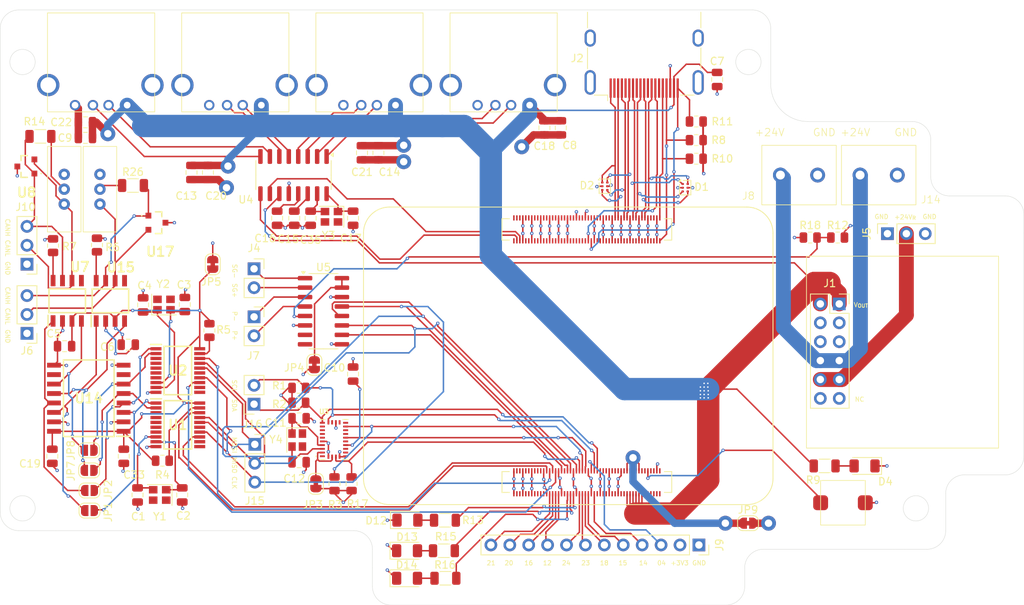
<source format=kicad_pcb>
(kicad_pcb (version 20240108) (generator "pcbnew") (generator_version "8.0")
  (layers (0 "F.Cu" signal "s1.Cu") (1 "In1.Cu" power "3v3.Cu") (2 "In2.Cu" power "gnd.Cu") (31 "B.Cu" signal "s2.Cu") (34 "B.Paste" user) (35 "F.Paste" user) (36 "B.SilkS" user "B.Silkscreen") (37 "F.SilkS" user "F.Silkscreen") (38 "B.Mask" user) (39 "F.Mask" user) (44 "Edge.Cuts" user))
  (net 0 "")
  (net 1 "Net-(U1-OSC2)")
  (net 2 "GND")
  (net 4 "Net-(U1-OSC1)")
  (net 6 "Net-(U2-OSC2)")
  (net 7 "Net-(U2-OSC1)")
  (net 8 "/+3V3_{CAN}")
  (net 9 "+5V")
  (net 10 "Net-(U3-CAP)")
  (net 11 "Net-(U3-XOUT32{slash}CLKSEL1)")
  (net 16 "Net-(U3-XIN32)")
  (net 21 "+3V3")
  (net 26 "Net-(U4-XIN)")
  (net 27 "Net-(U4-XOUT)")
  (net 28 "/D_{HDMI0_TX0_N}")
  (net 30 "/D_{HDMI0_CLK_P}")
  (net 33 "/D_{HDMI0_TX0_P}")
  (net 34 "/D_{HDMI0_CLK_N}")
  (net 35 "/D_{HDMI0_TX2_P}")
  (net 36 "/D_{HDMI0_TX2_N}")
  (net 37 "/D_{HDMI0_TX1_N}")
  (net 38 "/D_{HDMI0_TX1_P}")
  (net 39 "Net-(D4-A)")
  (net 41 "Net-(D12-A)")
  (net 42 "Net-(D13-A)")
  (net 48 "Net-(D14-A)")
  (net 51 "/V_{RP}")
  (net 52 "+24V")
  (net 61 "/D_{HDMI0_CEC}")
  (net 63 "/D_{HDMI0_SCL}")
  (net 72 "/D_{HDMI0_HOTPLUG}")
  (net 74 "/D_{HDMI0_SDA}")
  (net 76 "/SG_{IN,+}")
  (net 81 "/SG_{IN,-}")
  (net 82 "Net-(J6-Pin_2)")
  (net 85 "Net-(J6-Pin_3)")
  (net 87 "/P_{IN,+}")
  (net 93 "/P_{IN,-}")
  (net 94 "/GPIO23")
  (net 95 "/GPIO20")
  (net 96 "+3.3V")
  (net 98 "/GPIO16")
  (net 100 "/GPIO12")
  (net 102 "/GPIO15")
  (net 103 "/GPIO21")
  (net 104 "/GPIO18")
  (net 109 "/GPIO14")
  (net 110 "/GPIO4")
  (net 111 "/GPIO24")
  (net 114 "Net-(J10-Pin_3)")
  (net 118 "Net-(J10-Pin_2)")
  (net 121 "/MISO")
  (net 122 "/SCK")
  (net 126 "/MOSI")
  (net 127 "/SDA")
  (net 128 "/SCL")
  (net 132 "/TXD_0A")
  (net 133 "/TXD_0B")
  (net 134 "/TXD_1B")
  (net 135 "/TXD_1A")
  (net 137 "Net-(JP3-A)")
  (net 138 "Net-(JP4-A)")
  (net 141 "/RXD_0B")
  (net 142 "/RXD_0A")
  (net 145 "/RXD_1B")
  (net 146 "/RXD_1A")
  (net 149 "Net-(JP9-A)")
  (net 150 "/STATUS_{2}")
  (net 154 "/D_{CS,ADC}")
  (net 155 "/STATUS_{3}")
  (net 157 "/D_{USB_P}")
  (net 159 "/IMU_{HINT}")
  (net 167 "/D_{CS0}")
  (net 168 "/D_{INT1}")
  (net 169 "Net-(Module1A-PWR_BUT)")
  (net 175 "/IMU_{RST}")
  (net 176 "/D_{INT0}")
  (net 177 "/STATUS_{1}")
  (net 178 "/IMU_{BOOT}")
  (net 180 "/D_{USB_N}")
  (net 182 "/D_{CS1}")
  (net 183 "Net-(U1-~{RESET})")
  (net 185 "Net-(U2-~{RESET})")
  (net 186 "Net-(U15-RS)")
  (net 188 "Net-(U7-RS)")
  (net 189 "/V_{battery}")
  (net 192 "Net-(SW1-B)")
  (net 193 "Net-(SW3-B)")
  (net 228 "Net-(J3-D-)")
  (net 229 "Net-(J12-D+)")
  (net 230 "Net-(J12-D-)")
  (net 231 "Net-(J11-D+)")
  (net 232 "Net-(J11-D-)")
  (net 233 "Net-(J13-D+)")
  (net 234 "Net-(J13-D-)")
  (net 235 "Net-(J3-D+)")
  (net 242 "Net-(U4-VDD18)")
  (net 243 "Net-(U4-VDD33)")
  (footprint "Capacitor_SMD:C_0805_2012Metric" (layer "F.Cu") (at 73.95 40.1 180)
    (property "Reference" "C22")
    (property "Value" "47uF" (hide yes))
  )
  (footprint "Capacitor_SMD:C_0805_2012Metric" (layer "F.Cu") (at 99.7 53 90)
    (property "Reference" "C16")
    (property "Value" "10 uF" (hide yes))
  )
  (footprint "Connector_PinSocket_2.54mm:PinSocket_1x02_P2.54mm_Vertical" (layer "F.Cu") (at 96.6 78 180)
    (property "Reference" "J16")
    (property "Value" "Conn_01x02" (hide yes))
  )
  (footprint "Capacitor_SMD:C_0805_2012Metric" (layer "F.Cu") (at 102.65 79.9)
    (property "Reference" "C11")
    (property "Value" "22 pF" (hide yes))
  )
  (footprint "BNO085:1x2 Screw Terminal C3703" (layer "F.Cu") (at 169.8 47.2)
    (property "Reference" "J8")
    (property "Value" "Screw_Terminal_01x02" (hide yes))
  )
  (footprint "Connector_PinHeader_2.54mm:PinHeader_1x03_P2.54mm_Vertical" (layer "F.Cu") (at 66.1 59.18 180)
    (property "Reference" "J10")
    (property "Value" "Conn_01x03_Pin" (hide yes))
  )
  (footprint "Capacitor_SMD:C_0805_2012Metric" (layer "F.Cu") (at 87.3 64.6 -90)
    (property "Reference" "C3")
    (property "Value" "22 pF" (hide yes))
  )
  (footprint "BNO085:SPEH SMD Pushbutton" (layer "F.Cu") (at 174.2 87.75 180)
    (property "Reference" "SW2" (hide yes))
    (property "Value" "SW_Push" (hide yes))
  )
  (footprint "Capacitor_SMD:C_0805_2012Metric" (layer "F.Cu") (at 79.7 70)
    (property "Reference" "C6")
    (property "Value" "104" (hide yes))
  )
  (footprint "MCP2515-IST:SOP65P640X120-20N" (layer "F.Cu") (at 86.362 80.775)
    (property "Reference" "U1")
    (property "Value" "MCP2515-I/ST" (hide yes))
  )
  (footprint "LED_SMD:LED_1206_3216Metric" (layer "F.Cu") (at 117.2 93.59)
    (property "Reference" "D12")
    (property "Value" "LED" (hide yes))
  )
  (footprint "Connector_PinSocket_2.54mm:PinSocket_1x02_P2.54mm_Vertical" (layer "F.Cu") (at 96.6 59.8)
    (property "Reference" "J4")
    (property "Value" "Conn_01x02" (hide yes))
  )
  (footprint "Resistor_SMD:R_1206_3216Metric" (layer "F.Cu") (at 122.1 97.7)
    (property "Reference" "R15")
    (property "Value" "100" (hide yes))
  )
  (footprint "Capacitor_SMD:C_0805_2012Metric" (layer "F.Cu") (at 113.3 44.2 -90)
    (property "Reference" "C14")
    (property "Value" "47uF" (hide yes))
  )
  (footprint "Resistor_SMD:R_0805_2012Metric" (layer "F.Cu") (at 109.7 88.7 90)
    (property "Reference" "R17")
    (property "Value" "10K" (hide yes))
  )
  (footprint "Jumper:SolderJumper-2_P1.3mm_Open_RoundedPad1.0x1.5mm" (layer "F.Cu") (at 74.5 92.3 180)
    (property "Reference" "JP1")
    (property "Value" "SolderJumper_2_Open" (hide yes))
  )
  (footprint "Jumper:SolderJumper-2_P1.3mm_Bridged_RoundedPad1.0x1.5mm" (layer "F.Cu") (at 162.95 94)
    (property "Reference" "JP9")
    (property "Value" "SolderJumper_2_Bridged" (hide yes))
  )
  (footprint "Capacitor_SMD:C_0805_2012Metric" (layer "F.Cu") (at 69.5 85 90)
    (property "Reference" "C19")
    (property "Value" "104" (hide yes))
  )
  (footprint "MCP2515-IST:SOP65P640X120-20N" (layer "F.Cu") (at 86.362 73.475)
    (property "Reference" "U2")
    (property "Value" "MCP2515-I/ST" (hide yes))
  )
  (footprint "Crystal:Crystal_SMD_2520-4Pin_2.5x2.0mm" (layer "F.Cu") (at 102.4 82.825 -90)
    (property "Reference" "Y4")
    (property "Value" "32.768 kHz" (hide yes))
  )
  (footprint "Capacitor_SMD:C_0805_2012Metric" (layer "F.Cu") (at 79.1 85 90)
    (property "Reference" "C33")
    (property "Value" "104" (hide yes))
  )
  (footprint "Resistor_SMD:R_0805_2012Metric" (layer "F.Cu") (at 75.5 56.6 90)
    (property "Reference" "R6")
    (property "Value" "1k" (hide yes))
  )
  (footprint "Jumper:SolderJumper-2_P1.3mm_Open_RoundedPad1.0x1.5mm" (layer "F.Cu") (at 74.45 84.2 180)
    (property "Reference" "JP8")
    (property "Value" "SolderJumper_2_Open" (hide yes))
  )
  (footprint "Resistor_SMD:R_0805_2012Metric" (layer "F.Cu") (at 156 42.5)
    (property "Reference" "R8")
    (property "Value" "2.2k" (hide yes))
  )
  (footprint "Capacitor_SMD:C_0805_2012Metric" (layer "F.Cu") (at 80.95 90.2 90)
    (property "Reference" "C1")
    (property "Value" "22 pF" (hide yes))
  )
  (footprint "Capacitor_SMD:C_0805_2012Metric" (layer "F.Cu") (at 109.9 73.95 90)
    (property "Reference" "C10")
    (property "Value" "0.1 uF" (hide yes))
  )
  (footprint "Connector_PinSocket_2.54mm:PinSocket_1x12_P2.54mm_Vertical" (layer "F.Cu") (at 156.35 96.925 -90)
    (property "Reference" "J9")
    (property "Value" "Conn_01x12" (hide yes))
  )
  (footprint "Connector_Video:HDMI_A_Molex_208658-1001_Horizontal" (layer "F.Cu") (at 149 32.22 90)
    (property "Reference" "J2")
    (property "Value" "HDMI_A")
  )
  (footprint "Resistor_SMD:R_0805_2012Metric" (layer "F.Cu") (at 107.4 88.7 90)
    (property "Reference" "R3")
    (property "Value" "10K" (hide yes))
  )
  (footprint "Connector_PinSocket_2.54mm:PinSocket_1x03_P2.54mm_Vertical" (layer "F.Cu") (at 181.675 55.075 90)
    (property "Reference" "J5")
    (property "Value" "Conn_01x03" (hide yes))
  )
  (footprint "Resistor_SMD:R_1206_3216Metric" (layer "F.Cu") (at 80.3375 48.6)
    (property "Reference" "R26")
    (property "Value" "120" (hide yes))
  )
  (footprint "Resistor_SMD:R_1206_3216Metric" (layer "F.Cu") (at 173.2375 86.3 180)
    (property "Reference" "R9")
    (property "Value" "220" (hide yes))
  )
  (footprint "LED_SMD:LED_1206_3216Metric" (layer "F.Cu") (at 178.6 86.3 180)
    (property "Reference" "D4")
    (property "Value" "LED" (hide yes))
  )
  (footprint "SN65HVD230:SOIC127P600X175-8N" (layer "F.Cu") (at 77.3 64.111 90)
    (property "Reference" "U15")
    (property "Value" "SN65HVD230D" (hide yes))
  )
  (footprint "Capacitor_SMD:C_0805_2012Metric" (layer "F.Cu") (at 104.2 53 90)
    (property "Reference" "C35")
    (property "Value" "22 pF" (hide yes))
  )
  (footprint "Crystal:Crystal_SMD_2520-4Pin_2.5x2.0mm" (layer "F.Cu") (at 107 52.8 180)
    (property "Reference" "Y3")
    (property "Value" "12 MHz" (hide yes))
  )
  (footprint "Resistor_SMD:R_0805_2012Metric" (layer "F.Cu") (at 171.3 55.6)
    (property "Reference" "R18")
    (property "Value" "10k" (hide yes))
  )
  (footprint "Crystal:Crystal_SMD_2520-4Pin_2.5x2.0mm" (layer "F.Cu") (at 84.5 64.6)
    (property "Reference" "Y2")
    (property "Value" "16 MHz" (hide yes))
  )
  (footprint "Resistor_SMD:R_0805_2012Metric" (layer "F.Cu") (at 84.2875 85.6)
    (property "Reference" "R4")
    (property "Value" "10k" (hide yes))
  )
  (footprint "Resistor_SMD:R_1206_3216Metric" (layer "F.Cu") (at 122.2375 93.6)
    (property "Reference" "R13")
    (property "Value" "100" (hide yes))
  )
  (footprint "Connector_PinHeader_2.54mm:PinHeader_1x03_P2.54mm_Vertical" (layer "F.Cu") (at 66.1 68.48 180)
    (property "Reference" "J6")
    (property "Value" "Conn_01x03_Pin" (hide yes))
  )
  (footprint "BNO085:USB C2345" (layer "F.Cu") (at 130.222222 35.8 180)
    (property "Reference" "J3" (hide yes))
    (property "Value" "USB_A" (hide yes))
  )
  (footprint "Package_TO_SOT_SMD:SOT-886" (layer "F.Cu") (at 143.71 48.7)
    (property "Reference" "D2")
    (property "Value" "PESD5V0L4UF" (hide yes))
  )
  (footprint "Connector_PinSocket_2.54mm:PinSocket_1x02_P2.54mm_Vertical" (layer "F.Cu") (at 96.6 66.26)
    (property "Reference" "J7")
    (property "Value" "Conn_01x02" (hide yes))
  )
  (footprint "Jumper:SolderJumper-2_P1.3mm_Bridged_RoundedPad1.0x1.5mm" (layer "F.Cu") (at 104.9 88.7 -90)
    (property "Reference" "JP3")
    (property "Value" "SolderJumper_2_Bridged" (hide yes))
  )
  (footprint "BNO085:IC_BNO085" (layer "F.Cu") (at 107.3375 82.75 90)
    (property "Reference" "U3")
    (property "Value" "BNO085")
  )
  (footprint "LED_SMD:LED_1206_3216Metric" (layer "F.Cu") (at 117.15 97.7)
    (property "Reference" "D13")
    (property "Value" "LED" (hide yes))
  )
  (footprint "Jumper:SolderJumper-2_P1.3mm_Bridged_RoundedPad1.0x1.5mm" (layer "F.Cu") (at 91.05 59.2 90)
    (property "Reference" "JP5")
    (property "Value" "SolderJumper_2_Bridged" (hide yes))
  )
  (footprint "Jumper:SolderJumper-2_P1.3mm_Bridged_RoundedPad1.0x1.5mm" (layer "F.Cu") (at 104.7 72.7 -90)
    (property "Reference" "JP4")
    (property "Value" "SolderJumper_2_Bridged" (hide yes))
  )
  (footprint "LED_SMD:LED_1206_3216Metric" (layer "F.Cu") (at 117.15 101.4)
    (property "Reference" "D14")
    (property "Value" "LED" (hide yes))
  )
  (footprint "Capacitor_SMD:C_0805_2012Metric" (layer "F.Cu") (at 109.9 53 90)
    (property "Reference" "C17")
    (property "Value" "22 pF" (hide yes))
  )
  (footprint "BNO085:ALPSALPINE C125042" (layer "F.Cu") (at 75.9 49.1 90)
    (property "Reference" "SW3" (hide yes))
    (property "Value" "SW_SPDT" (hide yes))
  )
  (footprint "Connector_PinSocket_2.54mm:PinSocket_1x03_P2.54mm_Vertical" (layer "F.Cu") (at 96.7 83.4)
    (property "Reference" "J15")
    (property "Value" "Conn_01x03" (hide yes))
  )
  (footprint "Capacitor_SMD:C_0805_2012Metric" (layer "F.Cu") (at 71.15 70.2)
    (property "Reference" "C5")
    (property "Value" "104" (hide yes))
  )
  (footprint "Resistor_SMD:R_0805_2012Metric" (layer "F.Cu") (at 156 40)
    (property "Reference" "R11")
    (property "Value" "10k" (hide yes))
  )
  (footprint "BNO085:USB C2345" (layer "F.Cu") (at 94.177778 35.8 180)
    (property "Reference" "J12" (hide yes))
    (property "Value" "USB_A" (hide yes))
  )
  (footprint "BNO085:USB C2345" (layer "F.Cu") (at 112.2 35.8 180)
    (property "Reference" "J11" (hide yes))
    (property "Value" "USB_A" (hide yes))
  )
  (footprint "Capacitor_SMD:C_0805_2012Metric" (layer "F.Cu") (at 90.4 46.85 -90)
    (property "Reference" "C20")
    (property "Value" "47uF" (hide yes))
  )
  (footprint "Capacitor_SMD:C_0805_2012Metric" (layer "F.Cu") (at 135.6 40.85 -90)
    (property "Reference" "C18")
    (property "Value" "47uF" (hide yes))
  )
  (footprint "BNO085:ALPSALPINE C125042" (layer "F.Cu") (at 71.1 49.1 90)
    (property "Reference" "SW1" (hide yes))
    (property "Value" "SW_SPDT" (hide yes))
  )
  (footprint "BNO085:1x2 Screw Terminal C3703" (layer "F.Cu") (at 180.5 47.2)
    (property "Reference" "J14")
    (property "Value" "Screw_Terminal_01x02" (hide yes))
  )
  (footprint "SM24CANB:SM24CANB02HTG" (layer "F.Cu") (at 65.95 46.045 90)
    (property "Reference" "U8")
    (property "Value" "SM24CANB-02HTG" (hide yes))
  )
  (footprint "Package_TO_SOT_SMD:SOT-886" (layer "F.Cu") (at 154.51 48.9)
    (property "Reference" "D1")
    (property "Value" "PESD5V0L4UF" (hide yes))
  )
  (footprint "Package_SO:SOIC-16_3.9x9.9mm_P1.27mm" (layer "F.Cu") (at 105.925 65.505)
    (property "Reference" "U5")
    (property "Value" "MCP3008")
  )
  (footprint "CM5IO:Raspberry-Pi-5-Compute-Module" (layer "F.Cu") (at 162.8 88 90)
    (property "Reference" "Module1" (hide yes))
    (property "Value" "ComputeModule5-CM5")
  )
  (footprint "Capacitor_SMD:C_0805_2012Metric" (layer "F.Cu") (at 73.95 42.2 180)
    (property "Reference" "C9")
    (property "Value" "47uF" (hide yes))
  )
  (footprint "Jumper:SolderJumper-2_P1.3mm_Open_RoundedPad1.0x1.5mm" (layer "F.Cu") (at 74.5 89.6 180)
    (property "Reference" "JP2")
    (property "Value" "SolderJumper_2_Open" (hide yes))
  )
  (footprint "Resistor_SMD:R_0805_2012Metric" (layer "F.Cu") (at 69.6 56.6875 90)
    (property "Reference" "R7")
    (property "Value" "1k" (hide yes))
  )
  (footprint "Capacitor_SMD:C_0805_2012Metric" (layer "F.Cu") (at 137.8 40.85 -90)
    (property "Reference" "C8")
    (property "Value" "47uF" (hide yes))
  )
  (footprint "Capacitor_SMD:C_0805_2012Metric" (layer "F.Cu") (at 86.95 90.2 90)
    (property "Reference" "C2")
    (property "Value" "22 pF" (hide yes))
  )
  (footprint "SI8642ED-B-IS:SOIC127P1030X265-16N" (layer "F.Cu") (at 74.4 77.2 180)
    (property "Reference" "U14")
    (property "Value" "SI8642ED-B-IS" (hide yes))
  )
  (footprint "Resistor_SMD:R_1206_3216Metric" (layer "F.Cu") (at 122.3 101.4)
    (property "Reference" "R16")
    (property "Value" "100" (hide yes))
  )
  (footprint "Resistor_SMD:R_0805_2012Metric" (layer "F.Cu") (at 102.6125 77.8)
    (property "Reference" "R2")
    (property "Value" "2.2K" (hide yes))
  )
  (footprint "Resistor_SMD:R_0805_2012Metric" (layer "F.Cu") (at 90.6 68.0875 -90)
    (property "Reference" "R5")
    (property "Value" "10k" (hide yes))
  )
  (footprint "Jumper:SolderJumper-2_P1.3mm_Open_RoundedPad1.0x1.5mm" (layer "F.Cu") (at 74.45 86.9 180)
    (property "Reference" "JP7")
    (property "Value" "SolderJumper_2_Open" (hide yes))
  )
  (footprint "Capacitor_SMD:C_0805_2012Metric" (layer "F.Cu") (at 88.2 46.85 -90)
    (property "Reference" "C13")
    (property "Value" "47uF" (hide yes))
  )
  (footprint "Connector_PinSocket_2.54mm:PinSocket_2x06_P2.54mm_Vertical" (layer "F.Cu") (at 175.2 64.52)
    (property "Reference" "J1")
    (property "Value" "Conn_02x06_Odd_Even" (hide yes))
  )
  (footprint "Capacitor_SMD:C_0805_2012Metric" (layer "F.Cu") (at 102.65 85.8)
    (property "Reference" "C12")
    (property "Value" "22 pF" (hide yes))
  )
  (footprint "Capacitor_SMD:C_0805_2012Metric" (layer "F.Cu") (at 158.8 34.35 90)
    (property "Reference" "C7")
    (property "Value" "100n" (hide yes))
  )
  (footprint "Resistor_SMD:R_0805_2012Metric" (layer "F.Cu") (at 102.6125 75.8)
    (property "Reference" "R1")
    (property "Value" "2.2K" (hide yes))
  )
  (footprint "Package_SO:SOP-16_3.9x9.9mm_P1.27mm" (layer "F.Cu") (at 101.9 47.2 -90)
    (property "Reference" "U4")
    (property "Value" "SL2.1A")
  )
  (footprint "Capacitor_SMD:C_0805_2012Metric" (layer "F.Cu") (at 111.1 44.2 -90)
    (property "Reference" "C21")
    (property "Value" "47uF" (hide yes))
  )
  (footprint "Capacitor_SMD:C_0805_2012Metric" (layer "F.Cu") (at 102 53 90)
    (property "Reference" "C15")
    (property "Value" "10 uF" (hide yes))
  )
  (footprint "Resistor_SMD:R_0805_2012Metric" (layer "F.Cu") (at 156 45)
    (property "Reference" "R10")
    (property "Value" "2.2k" (hide yes))
  )
  (footprint "Resistor_SMD:R_1206_3216Metric" (layer "F.Cu") (at 67.9 42 180)
    (property "Reference" "R14")
    (property "Value" "120" (hide yes))
  )
  (footprint "Capacitor_SMD:C_0805_2012Metric" (layer "F.Cu") (at 81.7 64.65 -90)
    (property "Reference" "C4")
    (property "Value" "22 pF" (hide yes))
  )
  (footprint "SN65HVD230:SOIC127P600X175-8N" (layer "F.Cu") (at 71.505 64.1 90)
    (property "Reference" "U7")
    (property "Value" "SN65HVD230D" (hide yes))
  )
  (footprint "Resistor_SMD:R_0805_2012Metric" (layer "F.Cu") (at 174.9875 55.6)
    (property "Reference" "R12")
    (property "Value" "90k" (hide yes))
  )
  (footprint "SM24CANB:SM24CANB02HTG" (layer "F.Cu") (at 83.555 53.6 -90)
    (property "Reference" "U17")
    (property "Value" "SM24CANB-02HTG" (hide yes))
  )
  (footprint "BNO085:USB C2345" (layer "F.Cu") (at 76.155556 35.8 180)
    (property "Reference" "J13" (hide yes))
    (property "Value" "USB_A" (hide yes))
  )
  (footprint "Crystal:Crystal_SMD_2520-4Pin_2.5x2.0mm" (layer "F.Cu") (at 83.925 90.2 180)
    (property "Reference" "Y1")
    (property "Value" "16 MHz" (hide yes))
  )
  (gr_rect (start 170.8 58.1) (end 196.6 83.9) (stroke (width 0.1)) (fill none) (layer "F.SilkS"))
  (gr_line (start 65 25) (end 163.5 25) (stroke (width 0.05)) (layer "Edge.Cuts"))
  (gr_line (start 62.5 70) (end 62.5 92.5) (stroke (width 0.05)) (layer "Edge.Cuts"))
  (gr_line (start 184 97.5) (end 182.5 97.5) (stroke (width 0.05)) (layer "Edge.Cuts"))
  (gr_arc (start 162.5 100) (mid 163.232233 98.232233) (end 165 97.5) (stroke (width 0.05)) (layer "Edge.Cuts"))
  (gr_line (start 65 95) (end 70 95) (stroke (width 0.05)) (layer "Edge.Cuts"))
  (gr_line (start 162.5 102.5) (end 162.5 100) (stroke (width 0.05)) (layer "Edge.Cuts"))
  (gr_arc (start 162.5 102.5) (mid 161.767767 104.267767) (end 160 105) (stroke (width 0.05)) (layer "Edge.Cuts"))
  (gr_line (start 70 95) (end 110 95) (stroke (width 0.05)) (layer "Edge.Cuts"))
  (gr_line (start 112.5 102.5) (end 112.5 100) (stroke (width 0.05)) (layer "Edge.Cuts"))
  (gr_line (start 187.5 47.5) (end 187.5 42.5) (stroke (width 0.05)) (layer "Edge.Cuts"))
  (gr_arc (start 171 40) (mid 167.464466 38.535534) (end 166 35) (stroke (width 0.05)) (layer "Edge.Cuts"))
  (gr_circle (center 65.5 92) (end 67.2 92) (stroke (width 0.05)) (fill none) (layer "Edge.Cuts"))
  (gr_line (start 184 97.5) (end 187 97.5) (stroke (width 0.05)) (layer "Edge.Cuts"))
  (gr_line (start 190 50) (end 197.5 50) (stroke (width 0.05)) (layer "Edge.Cuts"))
  (gr_line (start 171 40) (end 185 40) (stroke (width 0.05)) (layer "Edge.Cuts"))
  (gr_arc (start 110 95) (mid 111.767767 95.732233) (end 112.5 97.5) (stroke (width 0.05)) (layer "Edge.Cuts"))
  (gr_line (start 200 85) (end 200 55) (stroke (width 0.05)) (layer "Edge.Cuts"))
  (gr_line (start 112.5 97.5) (end 112.5 100) (stroke (width 0.05)) (layer "Edge.Cuts"))
  (gr_line (start 165 97.5) (end 182.5 97.5) (stroke (width 0.05)) (layer "Edge.Cuts"))
  (gr_line (start 115 105) (end 150 105) (stroke (width 0.05)) (layer "Edge.Cuts"))
  (gr_arc (start 190 50) (mid 188.232233 49.267767) (end 187.5 47.5) (stroke (width 0.05)) (layer "Edge.Cuts"))
  (gr_line (start 189.5 95) (end 189.5 90) (stroke (width 0.05)) (layer "Edge.Cuts"))
  (gr_arc (start 65 95) (mid 63.232233 94.267767) (end 62.5 92.5) (stroke (width 0.05)) (layer "Edge.Cuts"))
  (gr_line (start 192 87.5) (end 197.5 87.5) (stroke (width 0.05)) (layer "Edge.Cuts"))
  (gr_arc (start 115 105) (mid 113.232233 104.267767) (end 112.5 102.5) (stroke (width 0.05)) (layer "Edge.Cuts"))
  (gr_circle (center 163 32) (end 164.7 32) (stroke (width 0.05)) (fill none) (layer "Edge.Cuts"))
  (gr_arc (start 62.5 27.5) (mid 63.232233 25.732233) (end 65 25) (stroke (width 0.05)) (layer "Edge.Cuts"))
  (gr_arc (start 197.5 50) (mid 199.267767 50.732233) (end 200 52.5) (stroke (width 0.05)) (layer "Edge.Cuts"))
  (gr_line (start 62.5 27.5) (end 62.5 70) (stroke (width 0.05)) (layer "Edge.Cuts"))
  (gr_arc (start 185 40) (mid 186.767767 40.732233) (end 187.5 42.5) (stroke (width 0.05)) (layer "Edge.Cuts"))
  (gr_arc (start 200 85) (mid 199.267767 86.767767) (end 197.5 87.5) (stroke (width 0.05)) (layer "Edge.Cuts"))
  (gr_arc (start 189.5 95) (mid 188.767767 96.767767) (end 187 97.5) (stroke (width 0.05)) (layer "Edge.Cuts"))
  (gr_arc (start 163.5 25) (mid 165.267767 25.732233) (end 166 27.5) (stroke (width 0.05)) (layer "Edge.Cuts"))
  (gr_line (start 150 105) (end 160 105) (stroke (width 0.05)) (layer "Edge.Cuts"))
  (gr_line (start 166 35) (end 166 27.5) (stroke (width 0.05)) (layer "Edge.Cuts"))
  (gr_line (start 200 55) (end 200 52.5) (stroke (width 0.05)) (layer "Edge.Cuts"))
  (gr_circle (center 185.5 92) (end 187.2 92) (stroke (width 0.05)) (fill none) (layer "Edge.Cuts"))
  (gr_circle (center 65.5 32) (end 67.2 32) (stroke (width 0.05)) (fill none) (layer "Edge.Cuts"))
  (gr_arc (start 189.5 90) (mid 190.232233 88.232233) (end 192 87.5) (stroke (width 0.05)) (layer "Edge.Cuts"))
  (gr_text "P-\n" (at 93.65 65.45 270) (layer "F.SilkS") (effects (font (size 0.6 0.6) (thickness 0.1)) (justify left bottom)))
  (gr_text "CLK" (at 93.6 87.65 270) (layer "F.SilkS") (effects (font (size 0.6 0.6) (thickness 0.1)) (justify left bottom)))
  (gr_text "GND" (at 171.6 42.05 0) (layer "F.SilkS") (effects (font (size 1 1) (thickness 0.1)) (justify left bottom)))
  (gr_text "24" (at 137.9 99.7 0) (layer "F.SilkS") (effects (font (size 0.6 0.6) (thickness 0.1)) (justify left bottom)))
  (gr_text "SDA" (at 93.6 77.25 270) (layer "F.SilkS") (effects (font (size 0.6 0.6) (thickness 0.1)) (justify left bottom)))
  (gr_text "GND" (at 186.35 53.15 0) (layer "F.SilkS") (effects (font (size 0.6 0.6) (thickness 0.1)) (justify left bottom)))
  (gr_text "MOSI\n" (at 93.6 82.35 270) (layer "F.SilkS") (effects (font (size 0.6 0.6) (thickness 0.1)) (justify left bottom)))
  (gr_text "SG+" (at 93.65 61.7 270) (layer "F.SilkS") (effects (font (size 0.6 0.6) (thickness 0.1)) (justify left bottom)))
  (gr_text "MISO\n" (at 93.6 85.05 270) (layer "F.SilkS") (effects (font (size 0.6 0.6) (thickness 0.1)) (justify left bottom)))
  (gr_text "21" (at 127.8 99.7 0) (layer "F.SilkS") (effects (font (size 0.6 0.6) (thickness 0.1)) (justify left bottom)))
  (gr_text "P+\n" (at 93.65 68.05 270) (layer "F.SilkS") (effects (font (size 0.6 0.6) (thickness 0.1)) (justify left bottom)))
  (gr_text "CANH\n" (at 63.15 62.15 270) (layer "F.SilkS") (effects (font (size 0.6 0.6) (thickness 0.1)) (justify left bottom)))
  (gr_text "23" (at 140.5 99.7 0) (layer "F.SilkS") (effects (font (size 0.6 0.6) (thickness 0.1)) (justify left bottom)))
  (gr_text "14" (at 148.25 99.7 0) (layer "F.SilkS") (effects (font (size 0.6 0.6) (thickness 0.1)) (justify left bottom)))
  (gr_text "18" (at 143 99.7 0) (layer "F.SilkS") (effects (font (size 0.6 0.6) (thickness 0.1)) (justify left bottom)))
  (gr_text "16" (at 132.85 99.7 0) (layer "F.SilkS") (effects (font (size 0.6 0.6) (thickness 0.1)) (justify left bottom)))
  (gr_text "+24V" (at 163.8 42.05 0) (layer "F.SilkS") (effects (font (size 1 1) (thickness 0.1)) (justify left bottom)))
  (gr_text "20" (at 130.194805 99.7 0) (layer "F.SilkS") (effects (font (size 0.6 0.6) (thickness 0.1)) (justify left bottom)))
  (gr_text "GND" (at 182.55 42.05 0) (layer "F.SilkS") (effects (font (size 1 1) (thickness 0.1)) (justify left bottom)))
  (gr_text "15" (at 145.5 99.7 0) (layer "F.SilkS") (effects (font (size 0.6 0.6) (thickness 0.1)) (justify left bottom)))
  (gr_text "04" (at 150.7 99.7 0) (layer "F.SilkS") (effects (font (size 0.6 0.6) (thickness 0.1)) (justify left bottom)))
  (gr_text "+24V_{R}" (at 182.55 53.2 0) (layer "F.SilkS") (effects (font (size 0.6 0.6) (thickness 0.1)) (justify left bottom)))
  (gr_text "12" (at 135.35 99.7 0) (layer "F.SilkS") (effects (font (size 0.6 0.6) (thickness 0.1)) (justify left bottom)))
  (gr_text "+3V3" (at 152.5 99.7 0) (layer "F.SilkS") (effects (font (size 0.6 0.6) (thickness 0.1)) (justify left bottom)))
  (gr_text "GND\n" (at 63.15 67.9 270) (layer "F.SilkS") (effects (font (size 0.6 0.6) (thickness 0.1)) (justify left bottom)))
  (gr_text "GND" (at 179.9 53.15 0) (layer "F.SilkS") (effects (font (size 0.6 0.6) (thickness 0.1)) (justify left bottom)))
  (gr_text "CANH\n" (at 63.15 53 270) (layer "F.SilkS") (effects (font (size 0.6 0.6) (thickness 0.1)) (justify left bottom)))
  (gr_text "CANL" (at 63.15 65 270) (layer "F.SilkS") (effects (font (size 0.6 0.6) (thickness 0.1)) (justify left bottom)))
  (gr_text "V_{OUT}" (at 177.1 65 0) (layer "F.SilkS") (effects (font (size 0.6 0.6) (thickness 0.1)) (justify left bottom)))
  (gr_text "NC" (at 177.25 77.7 0) (layer "F.SilkS") (effects (font (size 0.6 0.6) (thickness 0.1)) (justify left bottom)))
  (gr_text "GND" (at 155.4 99.7 0) (layer "F.SilkS") (effects (font (size 0.6 0.6) (thickness 0.1)) (justify left bottom)))
  (gr_text "SG-" (at 93.65 59.1 270) (layer "F.SilkS") (effects (font (size 0.6 0.6) (thickness 0.1)) (justify left bottom)))
  (gr_text "+24V" (at 175.3 42.05 0) (layer "F.SilkS") (effects (font (size 1 1) (thickness 0.1)) (justify left bottom)))
  (gr_text "SCL\n" (at 93.6 74.65 270) (layer "F.SilkS") (effects (font (size 0.6 0.6) (thickness 0.1)) (justify left bottom)))
  (gr_text "CANL" (at 63.15 55.85 270) (layer "F.SilkS") (effects (font (size 0.6 0.6) (thickness 0.1)) (justify left bottom)))
  (gr_text "GND\n" (at 63.15 58.75 270) (layer "F.SilkS") (effects (font (size 0.6 0.6) (thickness 0.1)) (justify left bottom)))
  (segment (start 82.8 89.25) (end 83.05 89.5) (width 0.2) (layer "F.Cu") (net 1))
  (segment (start 82.1 82.4) (end 83.424 82.4) (width 0.2) (layer "F.Cu") (net 1))
  (segment (start 80.95 89.25) (end 82.8 89.25) (width 0.2) (layer "F.Cu") (net 1))
  (segment (start 81.15 84.7) (end 80.95 84.9) (width 0.2) (layer "F.Cu") (net 1))
  (segment (start 80.95 84.9) (end 80.95 89.25) (width 0.2) (layer "F.Cu") (net 1))
  (via (at 81.15 84.7) (size 0.45) (drill 0.2) (layers "F.Cu" "B.Cu") (net 1))
  (via (at 82.1 82.4) (size 0.45) (drill 0.2) (layers "F.Cu" "B.Cu") (net 1))
  (segment (start 81.15 84.7) (end 81.15 83.35) (width 0.2) (layer "B.Cu") (net 1))
  (segment (start 81.15 83.35) (end 82.1 82.4) (width 0.2) (layer "B.Cu") (net 1))
  (segment (start 104.25 79.9) (end 104.7 80.35) (width 0.2) (layer "F.Cu") (net 2))
  (segment (start 116.7 45.15) (end 116.7 45.400003) (width 1) (layer "F.Cu") (net 2))
  (segment (start 108.0875 85.0625) (end 108.8375 85.0625) (width 0.2) (layer "F.Cu") (net 2))
  (segment (start 133.9 54.04) (end 133.9 52.96) (width 0.2) (layer "F.Cu") (net 2))
  (segment (start 158.8 35.3) (end 158.8 36.3) (width 0.2) (layer "F.Cu") (net 2))
  (segment (start 137.5 86.96) (end 137.5 87.75) (width 0.2) (layer "F.Cu") (net 2))
  (segment (start 142.3 56.04) (end 142.3 55.04) (width 0.2) (layer "F.Cu") (net 2))
  (segment (start 103.6 86.8) (end 103.25 87.15) (width 0.2) (layer "F.Cu") (net 2))
  (segment (start 132.7 56.04) (end 132.7 55.04) (width 0.2) (layer "F.Cu") (net 2))
  (segment (start 135.9 89.5) (end 135.6 89.2) (width 0.2) (layer "F.Cu") (net 2))
  (segment (start 107.05 69.95) (end 107 69.9) (width 0.2) (layer "F.Cu") (net 2))
  (segment (start 77.525 80.375) (end 77.4 80.5) (width 0.2) (layer "F.Cu") (net 2))
  (segment (start 133.9 90.04) (end 133.9 89.35) (width 0.2) (layer "F.Cu") (net 2))
  (segment (start 135.5 88.1) (end 135.5 86.96) (width 0.2) (layer "F.Cu") (net 2))
  (segment (start 137.5 54.04) (end 137.5 52.96) (width 0.2) (layer "F.Cu") (net 2))
  (segment (start 149.5 55.2) (end 149.5 54.04) (width 0.2) (layer "F.Cu") (net 2))
  (segment (start 73 40.1) (end 73 38.244444) (width 1) (layer "F.Cu") (net 2))
  (segment (start 108.8375 85.0625) (end 108.9 85) (width 0.2) (layer "F.Cu") (net 2))
  (segment (start 138.7 56.04) (end 138.7 55.04) (width 0.2) (layer "F.Cu") (net 2))
  (segment (start 69.6 55.775) (end 68.625 55.775) (width 0.2) (layer "F.Cu") (net 2))
  (segment (start 135.1 56.04) (end 135.1 55.04) (width 0.2) (layer "F.Cu") (net 2))
  (segment (start 132.7 89.3) (end 132.7 88.04) (width 0.2) (layer "F.Cu") (net 2))
  (segment (start 144.7 54.04) (end 144.7 52.96) (width 0.2) (layer "F.Cu") (net 2))
  (segment (start 137.5 55.04) (end 137.5 54.04) (width 0.2) (layer "F.Cu") (net 2))
  (segment (start 79.1 85.95) (end 79.1 86.9) (width 0.2) (layer "F.Cu") (net 2))
  (segment (start 154.17 48.9) (end 153.527403 48.9) (width 0.2) (layer "F.Cu") (net 2))
  (segment (start 144.401215 48.7) (end 144.05 48.7) (width 0.2) (layer "F.Cu") (net 2))
  (segment (start 68.625 55.775) (end 68.5 55.9) (width 0.2) (layer "F.Cu") (net 2))
  (segment (start 79.1 86.9) (end 79 87) (width 0.2) (layer "F.Cu") (net 2))
  (segment (start 141.1 52.24) (end 141.3 52.04) (width 0.2) (layer "F.Cu") (net 2))
  (segment (start 132.7 88.04) (end 132.7 86.96) (width 0.2) (layer "F.Cu") (net 2))
  (segment (start 115.75 97.7) (end 115.3 97.7) (width 0.2) (layer "F.Cu") (net 2))
  (segment (start 82.3 83.7) (end 82.2 83.8) (width 0.2) (layer "F.Cu") (net 2))
  (segment (start 115.75 101.4) (end 115.6 101.4) (width 0.2) (layer "F.Cu") (net 2))
  (segment (start 137.675 89.165) (end 137.9 89.39) (width 0.2) (layer "F.Cu") (net 2))
  (segment (start 133.9 88.04) (end 133.9 86.96) (width 0.2) (layer "F.Cu") (net 2))
  (segment (start 180.15 91.25) (end 180.2 91.2) (width 0.2) (layer "F.Cu") (net 2))
  (segment (start 115.3 97.7) (end 114.5 96.9) (width 0.2) (layer "F.Cu") (net 2))
  (segment (start 136.3 56.04) (end 136.3 55.04) (width 0.2) (layer "F.Cu") (net 2))
  (segment (start 131.5 88.04) (end 131.5 86.96) (width 0.2) (layer "F.Cu") (net 2))
  (segment (start 180 86.3) (end 181.6 86.3) (width 0.2) (layer "F.Cu") (net 2))
  (segment (start 145.9 55.04) (end 145.9 54.04) (width 0.2) (layer "F.Cu") (net 2))
  (segment (start 137.9 89.39) (end 137.9 90.04) (width 0.2) (layer "F.Cu") (net 2))
  (segment (start 82.4 76.4) (end 82.3 76.5) (width 0.2) (layer "F.Cu") (net 2))
  (segment (start 138.7 54.04) (end 138.7 52.96) (width 0.2) (layer "F.Cu") (net 2))
  (segment (start 135.1 54.04) (end 135.1 52.96) (width 0.2) (layer "F.Cu") (net 2))
  (segment (start 75.5 55.6875) (end 76.4875 55.6875) (width 0.2) (layer "F.Cu") (net 2))
  (segment (start 139.9 89.39) (end 139.9 90.04) (width 0.2) (layer "F.Cu") (net 2))
  (segment (start 131.5 89.35) (end 131.5 88.04) (width 0.2) (layer "F.Cu") (net 2))
  (segment (start 145.5 89.04) (end 145.5 88.04) (width 0.2) (layer "F.Cu") (net 2))
  (segment (start 84.7 53.6) (end 85.9 53.6) (width 0.2) (layer "F.Cu") (net 2))
  (segment (start 80.95 92.05) (end 81 92.1) (width 0.2) (layer "F.Cu") (net 2))
  (segment (start 79.45 71.2) (end 80.65 70) (width 0.2) (layer "F.Cu") (net 2))
  (segment (start 76.665 68.065) (end 76.7 68.1) (width 0.2) (layer "F.Cu") (net 2))
  (segment (start 134.15 41.8) (end 132.55 43.4) (width 1) (layer "F.Cu") (net 2))
  (segment (start 133.9 55.04) (end 133.9 54.04) (width 0.2) (layer "F.Cu") (net 2))
  (segment (start 149.5 54.04) (end 149.5 52.96) (width 0.2) (layer "F.Cu") (net 2))
  (segment (start 104.2 53.95) (end 103.45 53.95) (width 0.2) (layer "F.Cu") (net 2))
  (segment (start 144.7 56.04) (end 144.7 55.04) (width 0.2) (layer "F.Cu") (net 2))
  (segment (start 70.87 66.811) (end 70.87 68.07) (width 0.2) (layer "F.Cu") (net 2))
  (segment (start 135.6 41.8) (end 134.15 41.8) (width 1) (layer "F.Cu") (net 2))
  (segment (start 149.5 56.04) (end 149.5 55.2) (width 0.2) (layer "F.Cu") (net 2))
  (segment (start 83.424 76.4) (end 82.4 76.4) (width 0.2) (layer "F.Cu") (net 2))
  (segment (start 144.7 55.04) (end 144.7 54.04) (width 0.2) (layer "F.Cu") (net 2))
  (segment (start 144.550763 48.550452) (end 144.401215 48.7) (width 0.2) (layer "F.Cu") (net 2))
  (segment (start 178.7 91.25) (end 180.15 91.25) (width 0.2) (layer "F.Cu") (net 2))
  (segment (start 69.5 86.25) (end 69.5 85.95) (width 0.2) (layer "F.Cu") (net 2))
  (segment (start 148.3 55.2) (end 148.3 54.04) (width 0.2) (layer "F.Cu") (net 2))
  (segment (start 102.75 53.95) (end 103.1 54.3) (width 0.2) (layer "F.Cu") (net 2))
  (segment (start 141.9 88.01) (end 141.865 87.975) (width 0.2) (layer "F.Cu") (net 2))
  (segment (start 145.9 54.04) (end 145.9 52.96) (width 0.2) (layer "F.Cu") (net 2))
  (segment (start 64.805 47.295) (end 64.8 47.3) (width 0.2) (layer "F.Cu") (net 2))
  (segment (start 71.355 72.755) (end 71.4 72.8) (width 0.2) (layer "F.Cu") (net 2))
  (segment (start 141.9 89.04) (end 141.9 88.01) (width 0.2) (layer "F.Cu") (net 2))
  (segment (start 150.7 55.04) (end 150.7 54.04) (width 0.2) (layer "F.Cu") (net 2))
  (segment (start 142.3 54.04) (end 142.3 52.96) (width 0.2) (layer "F.Cu") (net 2))
  (segment (start 136.3 55.04) (end 136.3 54.04) (width 0.2) (layer "F.Cu") (net 2))
  (segment (start 132.7 90.04) (end 132.7 89.3) (width 0.2) (layer "F.Cu") (net 2))
  (segment (start 103.6 85.8) (end 103.6 86.8) (width 0.2) (layer "F.Cu") (net 2))
  (segment (start 103.45 53.95) (end 103.1 54.3) (width 0.2) (layer "F.Cu") (net 2))
  (segment (start 101.3 48.3) (end 101.3 49.665) (width 0.2) (layer "F.Cu") (net 2))
  (segment (start 137.5 87.75) (end 137.7 87.95) (width 0.2) (layer "F.Cu") (net 2))
  (segment (start 87.3 62.7) (end 87.4 62.6) (width 0.2) (layer "F.Cu") (net 2))
  (segment (start 135.1 55.04) (end 135.1 54.04) (width 0.2) (layer "F.Cu") (net 2))
  (segment (start 145.9 87.61) (end 145.9 86.96) (width 0.2) (layer "F.Cu") (net 2))
  (segment (start 144.3 90.04) (end 144.3 89.04) (width 0.2) (layer "F.Cu") (net 2))
  (segment (start 141.865 87.975) (end 141.5 87.61) (width 0.2) (layer "F.Cu") (net 2))
  (segment (start 139.675 89.165) (end 139.9 89.39) (width 0.2) (layer "F.Cu") (net 2))
  (segment (start 79.075 80.375) (end 77.525 80.375) (width 0.2) (layer "F.Cu") (net 2))
  (segment (start 115.6 101.4) (end 114.5 100.3) (width 0.2) (layer "F.Cu") (net 2))
  (segment (start 81.7 63.7) (end 81.7 62.7) (width 0.2) (layer "F.Cu") (net 2))
  (segment (start 142.3 55.04) (end 142.3 54.04) (width 0.2) (layer "F.Cu") (net 2))
  (segment (start 69.725 72.755) (end 71.355 72.755) (width 0.2) (layer "F.Cu") (net 2))
  (segment (start 101.15 53.95) (end 100.8 54.3) (width 0.2) (layer "F.Cu") (net 2))
  (segment (start 148.3 54.04) (end 148.3 52.96) (width 0.2) (layer "F.Cu") (net 2))
  (segment (start 170.3875 55.6) (end 169.1875 55.6) (width 0.2) (layer "F.Cu") (net 2))
  (segment (start 76.665 66.822) (end 76.665 68.065) (width 0.2) (layer "F.Cu") (net 2))
  (segment (start 108.0875 85.0625) (end 108.0875 84.4125) (width 0.2) (layer "F.Cu") (net 2))
  (segment (start 70.87 68.07) (end 70.9 68.1) (width 0.2) (layer "F.Cu") (net 2))
  (segment (start 139.9 52.96) (end 139.9 52.14) (width 0.2) (layer "F.Cu") (net 2))
  (segment (start 133.9 89.35) (end 133.9 88.04) (width 0.2) (layer "F.Cu") (net 2))
  (segment (start 137.675 87.975) (end 137.675 89.165) (width 0.2) (layer "F.Cu") (net 2))
  (segment (start 73 38.244444) (end 72.555556 37.8) (width 1) (layer "F.Cu") (net 2))
  (segment (start 150.7 86.96) (end 150.7 86.14) (width 0.2) (layer "F.Cu") (net 2))
  (segment (start 152.5 32.5) (end 152.5 35.505) (width 0.2) (layer "F.Cu") (net 2))
  (segment (start 147.1 54.04) (end 147.1 52.96) (width 0.2) (layer "F.Cu") (net 2))
  (segment (start 80.95 91.15) (end 80.95 92.05) (width 0.2) (layer "F.Cu") (net 2))
  (segment (start 103.45 67.41) (end 101.91 67.41) (width 0.2) (layer "F.Cu") (net 2))
  (segment (start 137.5 56.04) (end 137.5 55.04) (width 0.2) (layer "F.Cu") (net 2))
  (segment (start 71.6 80.7) (end 71.275 80.375) (width 0.2) (layer "F.Cu") (net 2))
  (segment (start 133.9 56.04) (end 133.9 55.04) (width 0.2) (layer "F.Cu") (net 2))
  (segment (start 132.7 54.04) (end 132.7 52.96) (width 0.2) (layer "F.Cu") (net 2))
  (segment (start 90.4 47.8) (end 88.2 47.8) (width 1) (layer "F.Cu") (net 2))
  (segment (start 108.0875 84.4125) (end 108.1 84.4) (width 0.2) (layer "F.Cu") (net 2))
  (segment (start 150.7 56.04) (end 150.7 55.04) (width 0.2) (layer "F.Cu") (net 2))
  (segment (start 143.1 86.96) (end 143.1 88.04) (width 0.2) (layer "F.Cu") (net 2))
  (segment (start 137.7 87.95) (end 137.675 87.975) (width 0.2) (layer "F.Cu") (net 2))
  (segment (start 145.5 90.04) (end 145.5 89.04) (width 0.2) (layer "F.Cu") (net 2))
  (segment (start 106.5875 85.0625) (end 106.5875 83.25) (width 0.2) (layer "F.Cu") (net 2))
  (segment (start 135.6 89.2) (end 135.6 88.2) (width 0.2) (layer "F.Cu") (net 2))
  (segment (start 70.15 86.9) (end 69.5 86.25) (width 0.2) (layer "F.Cu") (net 2))
  (segment (start 109.9 73) (end 109.9 71.9) (width 0.2) (layer "F.Cu") (net 2))
  (segment (start 138.7 55.04) (end 138.7 54.04) (width 0.2) (layer "F.Cu") (net 2))
  (segment (start 143.5 54.04) (end 143.5 52.96) (width 0.2) (layer "F.Cu") (net 2))
  (segment (start 109.9 53.95) (end 109.9 54.8) (width 0.2) (layer "F.Cu") (net 2))
  (segment (start 107.5875 80.4375) (end 107.5875 81.1875) (width 0.2) (layer "F.Cu") (net 2))
  (segment (start 71.275 80.375) (end 69.725 80.375) (width 0.2) (layer "F.Cu") (net 2))
  (segment (start 101.91 67.41) (end 101.9 67.4) (width 0.2) (layer "F.Cu") (net 2))
  (segment (start 114.51 93.59) (end 114.5 93.6) (width 0.2) (layer "F.Cu") (net 2))
  (segment (start 136.3 54.04) (end 136.3 52.96) (width 0.2) (layer "F.Cu") (net 2))
  (segment (start 99.7 53.95) (end 100.45 53.95) (width 0.2) (layer "F.Cu") (net 2))
  (segment (start 77.55 72.755) (end 79.075 72.755) (width 0.2) (layer "F.Cu") (net 2))
  (segment (start 132.7 55.04) (end 132.7 54.04) (width 0.2) (layer "F.Cu") (net 2))
  (segment (start 143.5 55.04) (end 143.5 54.04) (width 0.2) (layer "F.Cu") (net 2))
  (segment (start 106.3375 83) (end 105.775 83) (width 0.2) (layer "F.Cu") (net 2))
  (segment (start 102 53.95) (end 102.75 53.95) (width 0.2) (layer "F.Cu") (net 2))
  (segment (start 154.85 48.9) (end 155.5 48.9) (width 0.2) (layer "F.Cu") (net 2))
  (segment (start 87.3 63.65) (end 87.3 62.7) (width 0.2) (layer "F.Cu") (net 2))
  (segment (start 108.4 69.95) (end 107.05 69.95) (width 0.2) (layer "F.Cu") (net 2))
  (segment (start 139.5 86.96) (end 139.5 88.04) (width 0.2) (layer "F.Cu") (net 2))
  (segment (start 113.3 45.15) (end 116.7 45.15) (width 1) (layer "F.Cu") (net 2))
  (segment (start 108.4 63.6) (end 106.9 63.6) (width 0.2) (layer "F.Cu") (net 2))
  (segment (start 142.7 48.7) (end 142.65 48.75) (width 0.2) (layer "F.Cu") (net 2))
  (segment (start 115.8 93.59) (end 114.51 93.59) (width 0.2) (layer "F.Cu") (net 2))
  (segment (start 143.37 48.7) (end 142.7 48.7) (width 0.2) (layer "F.Cu") (net 2))
  (segment (start 150.7 54.04) (end 150.7 52.96) (width 0.2) (layer "F.Cu") (net 2))
  (segment (start 103.6 79.9) (end 104.25 79.9) (width 0.2) (layer "F.Cu") (net 2))
  (segment (start 145.9 56.04) (end 145.9 55.04) (width 0.2) (layer "F.Cu") (net 2))
  (segment (start 86.95 91.15) (end 86.95 91.95) (width 0.2) (layer "F.Cu") (net 2))
  (segment (start 143.1 88.04) (end 143.1 89.04) (width 0.2) (layer "F.Cu") (net 2))
  (segment (start 145.5 88.01) (end 145.9 87.61) (width 0.2) (layer "F.Cu") (net 2))
  (segment (start 144.3 88.04) (end 144.3 86.96) (width 0.2) (layer "F.Cu") (net 2))
  (segment (start 147.1 56.04) (end 147.1 55.04) (width 0.2) (layer "F.Cu") (net 2))
  (segment (start 135.9 90.04) (end 135.9 89.5) (width 0.2) (layer "F.Cu") (net 2))
  (segment (start 141.9 90.04) (end 141.9 89.04) (width 0.2) (layer "F.Cu") (net 2))
  (segment (start 64.805 46.045) (end 64.805 47.295) (width 0.2) (layer "F.Cu") (net 2))
  (segment (start 86.95 91.95) (end 87 92) (width 0.2) (layer "F.Cu") (net 2))
  (segment (start 135.6 88.2) (end 135.5 88.1) (width 0.2) (layer "F.Cu") (net 2))
  (segment (start 76.4875 55.6875) (end 76.6 55.8) (width 0.2) (layer "F.Cu") (net 2))
  (segment (start 70.2 70.2) (end 70.2 68.8) (width 0.2) (layer "F.Cu") (net 2))
  (segment (start 139.5 88.04) (end 139.5 88.99) (width 0.2) (layer "F.Cu") (net 2))
  (segment (start 141.5 87.61) (end 141.5 86.96) (width 0.2) (layer "F.Cu") (net 2))
  (segment (start 147.1 55.04) (end 147.1 54.04) (width 0.2) (layer "F.Cu") (net 2))
  (segment (start 141.1 52.96) (end 141.1 52.24) (width 0.2) (layer "F.Cu") (net 2))
  (segment (start 131.5 90.04) (end 131.5 89.35) (width 0.2) (layer "F.Cu") (net 2))
  (segment (start 70.2 68.8) (end 70.9 68.1) (width 0.2) (layer "F.Cu") (net 2))
  (segment (start 143.1 89.04) (end 143.1 90.04) (width 0.2) (layer "F.Cu") (net 2))
  (segment (start 139.5 88.99) (end 139.675 89.165) (width 0.2) (layer "F.Cu") (net 2))
  (segment (start 70.2 72.28) (end 69.725 72.755) (width 0.2) (layer "F.Cu") (net 2))
  (segment (start 70.2 70.2) (end 70.2 72.28) (width 0.2) (layer "F.Cu") (net 2))
  (segment (start 145.5 88.04) (end 145.5 88.01) (width 0.2) (layer "F.Cu") (net 2))
  (segment (start 111.1 45.15) (end 113.3 45.15) (width 1) (layer "F.Cu") (net 2))
  (segment (start 106.5875 83.25) (end 106.3375 83) (width 0.2) (layer "F.Cu") (net 2))
  (segment (start 101.3 49.665) (end 101.265 49.7) (width 0.2) (layer "F.Cu") (net 2))
  (segment (start 107.5875 81.1875) (end 107.6 81.2) (width 0.2) (layer "F.Cu") (net 2))
  (segment (start 83.424 83.7) (end 82.3 83.7) (width 0.2) (layer "F.Cu") (net 2))
  (segment (start 148.3 56.04) (end 148.3 55.2) (width 0.2) (layer "F.Cu") (net 2))
  (segment (start 78 71.2) (end 79.45 71.2) (width 0.2) (layer "F.Cu") (net 2))
  (segment (start 150.7 86.14) (end 150.8 86.04) (width 0.2) (layer "F.Cu") (net 2))
  (segment (start 144.3 89.04) (end 144.3 88.04) (width 0.2) (layer "F.Cu") (net 2))
  (segment (start 91.8 47.8) (end 90.4 47.8) (width 1) (layer "F.Cu") (net 2))
  (segment (start 143.5 56.04) (end 143.5 55.04) (width 0.2) (layer "F.Cu") (net 2))
  (segment (start 137.8 41.8) (end 135.6 41.8) (width 1) (layer "F.Cu") (net 2))
  (segment (start 73 42.2) (end 73 40.1) (width 1) (layer "F.Cu") (net 2))
  (segment (start 102 53.95) (end 101.15 53.95) (width 0.2) (layer "F.Cu") (net 2))
  (segment (start 100.45 53.95) (end 100.8 54.3) (width 0.2) (layer "F.Cu") (net 2))
  (segment (start 92.9 48.9) (end 91.8 47.8) (width 1) (layer "F.Cu") (net 2))
  (via (at 145.5 89.04) (size 0.45) (drill 0.2) (layers "F.Cu" "B.Cu") (net 2))
  (via (at 133.9 88.04) (size 0.45) (drill 0.2) (layers "F.Cu" "B.Cu") (net 2))
  (via (at 64.8 47.3) (size 0.45) (drill 0.2) (layers "F.Cu" "B.Cu") (net 2))
  (via (at 87 92) (size 0.45) (drill 0.2) (layers "F.Cu" "B.Cu") (net 2))
  (via (at 85.9 53.6) (size 0.45) (drill 0.2) (layers "F.Cu" "B.Cu") (net 2))
  (via (at 108.1 84.4) (size 0.45) (drill 0.2) (layers "F.Cu" "B.Cu") (net 2))
  (via (at 139.675 89.165) (size 0.45) (drill 0.2) (layers "F.Cu" "B.Cu") (net 2))
  (via (at 71.4 72.8) (size 0.45) (drill 0.2) (layers "F.Cu" "B.Cu") (net 2))
  (via (at 147.1 54.04) (size 0.45) (drill 0.2) (layers "F.Cu" "B.Cu") (net 2))
  (via (at 136.3 54.04) (size 0.45) (drill 0.2) (layers "F.Cu" "B.Cu") (net 2))
  (via (at 135.5 88.1) (size 0.45) (drill 0.2) (layers "F.Cu" "B.Cu") (net 2))
  (via (at 132.7 54.04) (size 0.45) (drill 0.2) (layers "F.Cu" "B.Cu") (net 2))
  (via (at 109.9 54.8) (size 0.45) (drill 0.2) (layers "F.Cu" "B.Cu") (net 2))
  (via (at 150.8 86.04) (size 0.45) (drill 0.2) (layers "F.Cu" "B.Cu") (net 2))
  (via (at 133.9 54.04) (size 0.45) (drill 0.2) (layers "F.Cu" "B.Cu") (net 2))
  (via (at 136.3 55.04) (size 0.45) (drill 0.2) (layers "F.Cu" "B.Cu") (net 2))
  (via (at 143.1 88.04) (size 0.45) (drill 0.2) (layers "F.Cu" "B.Cu") (net 2))
  (via (at 142.65 48.75) (size 0.45) (drill 0.2) (layers "F.Cu" "B.Cu") (net 2))
  (via (at 145.9 55.2) (size 0.45) (drill 0.2) (layers "F.Cu" "B.Cu") (net 2))
  (via (at 114.5 96.9) (size 0.45) (drill 0.2) (layers "F.Cu" "B.Cu") (net 2))
  (via (at 92.9 48.9) (size 2) (drill 1) (layers "F.Cu" "B.Cu") (net 2))
  (via (at 82.2 83.8) (size 0.45) (drill 0.2) (layers "F.Cu" "B.Cu") (net 2))
  (via (at 149.5 55.2) (size 0.45) (drill 0.2) (layers "F.Cu" "B.Cu") (net 2))
  (via (at 68.5 55.9) (size 0.45) (drill 0.2) (layers "F.Cu" "B.Cu") (net 2))
  (via (at 70.9 68.1) (size 0.45) (drill 0.2) (layers "F.Cu" "B.Cu") (net 2))
  (via (at 145.9 54.04) (size 0.45) (drill 0.2) (layers "F.Cu" "B.Cu") (net 2))
  (via (at 144.550763 48.550452) (size 0.45) (drill 0.2) (layers "F.Cu" "B.Cu") (net 2))
  (via (at 70.15 86.9) (size 0.45) (drill 0.2) (layers "F.Cu" "B.Cu") (net 2))
  (via (at 79 87) (size 0.45) (drill 0.2) (layers "F.Cu" "B.Cu") (net 2))
  (via (at 107 69.9) (size 0.45) (drill 0.2) (layers "F.Cu" "B.Cu") (net 2))
  (via (at 135.6 89.2) (size 0.45) (drill 0.2) (layers "F.Cu" "B.Cu") (net 2))
  (via (at 77.4 80.5) (size 0.45) (drill 0.2) (layers "F.Cu" "B.Cu") (net 2))
  (via (at 107.6 81.2) (size 0.45) (drill 0.2) (layers "F.Cu" "B.Cu") (net 2))
  (via (at 180.2 91.2) (size 0.45) (drill 0.2) (layers "F.Cu" "B.Cu") (net 2))
  (via (at 100.8 54.3) (size 0.45) (drill 0.2) (layers "F.Cu" "B.Cu") (net 2))
  (via (at 137.5 55.04) (size 0.45) (drill 0.2) (layers "F.Cu" "B.Cu") (net 2))
  (via (at 137.5 54.04) (size 0.45) (drill 0.2) (layers "F.Cu" "B.Cu") (net 2))
  (via (at 132.7 55.04) (size 0.45) (drill 0.2) (layers "F.Cu" "B.Cu") (net 2))
  (via (at 87.4 62.6) (size 0.45) (drill 0.2) (layers "F.Cu" "B.Cu") (net 2))
  (via (at 116.7 45.400003) (size 2) (drill 1) (layers "F.Cu" "B.Cu") (net 2))
  (via (at 114.5 100.3) (size 0.45) (drill 0.2) (layers "F.Cu" "B.Cu") (net 2))
  (via (at 106.9 63.6) (size 0.45) (drill 0.2) (layers "F.Cu" "B.Cu") (net 2))
  (via (at 131.5 88.04) (size 0.45) (drill 0.2) (layers "F.Cu" "B.Cu") (net 2))
  (via (at 143.5 54.04) (size 0.45) (drill 0.2) (layers "F.Cu" "B.Cu") (net 2))
  (via (at 76.7 68.1) (size 0.45) (drill 0.2) (layers "F.Cu" "B.Cu") (net 2))
  (via (at 133.9 55.04) (size 0.45) (drill 0.2) (layers "F.Cu" "B.Cu") (net 2))
  (via (at 148.3 54.04) (size 0.45) (drill 0.2) (layers "F.Cu" "B.Cu") (net 2))
  (via (at 141.865 87.975) (size 0.45) (drill 0.2) (layers "F.Cu" "B.Cu") (net 2))
  (via (at 153.527403 48.9) (size 0.45) (drill 0.2) (layers "F.Cu" "B.Cu") (net 2))
  (via (at 135.1 54.04) (size 0.45) (drill 0.2) (layers "F.Cu" "B.Cu") (net 2))
  (via (at 104.7 80.35) (size 0.45) (drill 0.2) (layers "F.Cu" "B.Cu") (net 2))
  (via (at 155.5 48.9) (size 0.45) (drill 0.2) (layers "F.Cu" "B.Cu") (net 2))
  (via (at 81 92.1) (size 0.45) (drill 0.2) (layers "F.Cu" "B.Cu") (net 2))
  (via (at 77.55 72.755) (size 0.45) (drill 0.2) (layers "F.Cu" "B.Cu") (net 2))
  (via (at 147.1 55.2) (size 0.45) (drill 0.2) (layers "F.Cu" "B.Cu") (net 2))
  (via (at 132.7 89.3) (size 0.45) (drill 0.2) (layers "F.Cu" "B.Cu") (net 2))
  (via (at 101.3 48.3) (size 0.45) (drill 0.2) (layers "F.Cu" "B.Cu") (net 2))
  (via (at 137.675 89.165) (size 0.45) (drill 0.2) (layers "F.Cu" "B.Cu") (net 2))
  (via (at 109.9 71.9) (size 0.45) (drill 0.2) (layers "F.Cu" "B.Cu") (net 2))
  (via (at 141.3 52.04) (size 0.45) (drill 0.2) (layers "F.Cu" "B.Cu") (net 2))
  (via (at 152.5 32.5) (size 0.45) (drill 0.2) (layers "F.Cu" "B.Cu") (net 2))
  (via (at 143.1 89.04) (size 0.45) (drill 0.2) (layers "F.Cu" "B.Cu") (net 2))
  (via (at 103.1 54.3) (size 0.45) (drill 0.2) (layers "F.Cu" "B.Cu") (net 2))
  (via (at 149.5 54.04) (size 0.45) (drill 0.2) (layers "F.Cu" "B.Cu") (net 2))
  (via (at 82.3 76.5) (size 0.45) (drill 0.2) (layers "F.Cu" "B.Cu") (net 2))
  (via (at 181.6 86.3) (size 0.45) (drill 0.2) (layers "F.Cu" "B.Cu") (net 2))
  (via (at 81.7 62.7) (size 0.45) (drill 0.2) (layers "F.Cu" "B.Cu") (net 2))
  (via (at 144.3 88.04) (size 0.45) (drill 0.2) (layers "F.Cu" "B.Cu") (net 2))
  (via (at 101.9 67.4) (size 0.45) (drill 0.2) (layers "F.Cu" "B.Cu") (net 2))
  (via (at 139.9 52.14) (size 0.45) (drill 0.2) (layers "F.Cu" "B.Cu") (net 2))
  (via (at 133.9 89.35) (size 0.45) (drill 0.2) (layers "F.Cu" "B.Cu") (net 2))
  (via (at 138.7 54.04) (size 0.45) (drill 0.2) (layers "F.Cu" "B.Cu") (net 2))
  (via (at 106.5875 84.4) (size 0.45) (drill 0.2) (layers "F.Cu" "B.Cu") (net 2))
  (via (at 144.3 89.04) (size 0.45) (drill 0.2) (layers "F.Cu" "B.Cu") (net 2))
  (via (at 131.5 89.35) (size 0.45) (drill 0.2) (layers "F.Cu" "B.Cu") (net 2))
  (via (at 142.3 54.04) (size 0.45) (drill 0.2) (layers "F.Cu" "B.Cu") (net 2))
  (via (at 103.25 87.15) (size 0.45) (drill 0.2) (layers "F.Cu" "B.Cu") (net 2))
  (via (at 114.5 93.6) (size 0.45) (drill 0.2) (layers "F.Cu" "B.Cu") (net 2))
  (via (at 150.7 54.04) (size 0.45) (drill 0.2) (layers "F.Cu" "B.Cu") (net 2))
  (via (at 106.5875 83.25) (size 0.45) (drill 0.2) (layers "F.Cu" "B.Cu") (net 2))
  (via (at 148.3 55.2) (size 0.45) (drill 0.2) (layers "F.Cu" "B.Cu") (net 2))
  (via (at 143.5 55.2) (size 0.45) (drill 0.2) (layers "F.Cu" "B.Cu") (net 2))
  (via (at 158.8 36.3) (size 0.45) (drill 0.2) (layers "F.Cu" "B.Cu") (net 2))
  (via (at 78 71.2) (size 0.45) (drill 0.2) (layers "F.Cu" "B.Cu") (net 2))
  (via (at 76.6 55.8) (size 0.45) (drill 0.2) (layers "F.Cu" "B.Cu") (net 2))
  (via (at 137.7 87.95) (size 0.45) (drill 0.2) (layers "F.Cu" "B.Cu") (net 2))
  (via (at 144.7 55.2) (size 0.45) (drill 0.2) (layers "F.Cu" "B.Cu") (net 2))
  (via (at 132.7 88.04) (size 0.45) (drill 0.2) (layers "F.Cu" "B.Cu") (net 2))
  (via (at 141.9 89.04) (size 0.45) (drill 0.2) (layers "F.Cu" "B.Cu") (net 2))
  (via (at 71.6 80.7) (size 0.45) (drill 0.2) (layers "F.Cu" "B.Cu") (net 2))
  (via (at 132.55 43.4) (size 2) (drill 1) (layers "F.Cu" "B.Cu") (net 2))
  (via (at 145.5 88.04) (size 0.45) (drill 0.2) (layers "F.Cu" "B.Cu") (net 2))
  (via (at 150.7 55.2) (size 0.45) (drill 0.2) (layers "F.Cu" "B.Cu") (net 2))
  (via (at 138.7 55.04) (size 0.45) (drill 0.2) (layers "F.Cu" "B.Cu") (net 2))
  (via (at 169.1875 55.6) (size 0.45) (drill 0.2) (layers "F.Cu" "B.Cu") (net 2))
  (via (at 135.1 55.04) (size 0.45) (drill 0.2) (layers "F.Cu" "B.Cu") (net 2))
  (via (at 144.7 54.04) (size 0.45) (drill 0.2) (layers "F.Cu" "B.Cu") (net 2))
  (via (at 142.3 55.04) (size 0.45) (drill 0.2) (layers "F.Cu" "B.Cu") (net 2))
  (via (at 139.5 88.04) (size 0.45) (drill 0.2) (layers "F.Cu" "B.Cu") (net 2))
  (segment (start 76.7 68.1) (end 78 69.4) (width 0.2) (layer "B.Cu") (net 2))
  (segment (start 78 69.4) (end 78 71.2) (width 0.2) (layer "B.Cu") (net 2))
  (segment (start 84.8 89.5) (end 86.7 89.5) (width 0.2) (layer "F.Cu") (net 4))
  (segment (start 84.55 83.1) (end 83.474 83.1) (width 0.2) (layer "F.Cu") (net 4))
  (segment (start 85.875 83.175) (end 86.0125 83.3125) (width 0.2) (layer "F.Cu") (net 4))
  (segment (start 83.474 83.1) (end 83.424 83.05) (width 0.2) (layer "F.Cu") (net 4))
  (segment (start 86.0125 83.3125) (end 86.0125 88.3125) (width 0.2) (layer "F.Cu") (net 4))
  (segment (start 86.0125 88.3125) (end 86.95 89.25) (width 0.2) (layer "F.Cu") (net 4))
  (segment (start 86.7 89.5) (end 86.95 89.25) (width 0.2) (layer "F.Cu") (net 4))
  (via (at 85.875 83.175) (size 0.45) (drill 0.2) (layers "F.Cu" "B.Cu") (net 4))
  (via (at 84.55 83.1) (size 0.45) (drill 0.2) (layers "F.Cu" "B.Cu") (net 4))
  (segment (start 85.8 83.1) (end 84.55 83.1) (width 0.2) (layer "B.Cu") (net 4))
  (segment (start 85.875 83.175) (end 85.8 83.1) (width 0.2) (layer "B.Cu") (net 4))
  (segment (start 85.375 66.835208) (end 85.419896 66.880104) (width 0.2) (layer "F.Cu") (net 6))
  (segment (start 87.3 65.55) (end 85.625 65.55) (width 0.2) (layer "F.Cu") (net 6))
  (segment (start 85.625 65.55) (end 85.375 65.3) (width 0.2) (layer "F.Cu") (net 6))
  (segment (start 85.2476 74.185854) (end 84.333454 75.1) (width 0.2) (layer "F.Cu") (net 6))
  (segment (start 84.333454 75.1) (end 83.424 75.1) (width 0.2) (layer "F.Cu") (net 6))
  (segment (start 85.375 65.3) (end 85.375 66.835208) (width 0.2) (layer "F.Cu") (net 6))
  (via (at 85.419896 66.880104) (size 0.45) (drill 0.2) (layers "F.Cu" "B.Cu") (net 6))
  (via (at 85.2476 74.185854) (size 0.45) (drill 0.2) (layers "F.Cu" "B.Cu") (net 6))
  (segment (start 85.2476 67.0524) (end 85.2476 74.185854) (width 0.2) (layer "B.Cu") (net 6))
  (segment (start 85.419896 66.880104) (end 85.2476 67.0524) (width 0.2) (layer "B.Cu") (net 6))
  (segment (start 85.9 68.365214) (end 83.625 66.090214) (width 0.2) (layer "F.Cu") (net 7))
  (segment (start 85.9 74.700437) (end 85.9 68.365214) (width 0.2) (layer "F.Cu") (net 7))
  (segment (start 83.625 66.090214) (end 83.625 65.3) (width 0.2) (layer "F.Cu") (net 7))
  (segment (start 84.850437 75.75) (end 85.9 74.700437) (width 0.2) (layer "F.Cu") (net 7))
  (segment (start 83.424 75.75) (end 84.850437 75.75) (width 0.2) (layer "F.Cu") (net 7))
  (segment (start 81.7 65.6) (end 83.325 65.6) (width 0.2) (layer "F.Cu") (net 7))
  (segment (start 83.325 65.6) (end 83.625 65.3) (width 0.2) (layer "F.Cu") (net 7))
  (segment (start 72.14 66.811) (end 72.14 70.16) (width 0.2) (layer "F.Cu") (net 8))
  (segment (start 83.375 85.6) (end 83.03 85.6) (width 0.2) (layer "F.Cu") (net 8))
  (segment (start 89.3 77.85) (end 87.25 77.85) (width 0.2) (layer "F.Cu") (net 8))
  (segment (start 79.675 81.645) (end 81.5 79.82) (width 0.2) (layer "F.Cu") (net 8))
  (segment (start 77.935 67.735) (end 78 67.8) (width 0.2) (layer "F.Cu") (net 8))
  (segment (start 77.935 66.822) (end 77.935 66.383) (width 0.2) (layer "F.Cu") (net 8))
  (segment (start 79.075 81.645) (end 69.725 81.645) (width 0.2) (layer "F.Cu") (net 8))
  (segment (start 77.935 66.455) (end 77.935 66.822) (width 0.2) (layer "F.Cu") (net 8))
  (segment (start 72.14 66.372) (end 72.765 65.747) (width 0.2) (layer "F.Cu") (net 8))
  (segment (start 81.5 79.82) (end 81.5 79.3) (width 0.2) (layer "F.Cu") (net 8))
  (segment (start 78.918 65.4) (end 80.3 65.4) (width 0.2) (layer "F.Cu") (net 8))
  (segment (start 89.3 65.4) (end 89.3 61.6) (width 0.2) (layer "F.Cu") (net 8))
  (segment (start 78.919896 69.830104) (end 78.919896 68.619896) (width 0.2) (layer "F.Cu") (net 8))
  (segment (start 90.6 67.175) (end 90.6 66.7) (width 0.2) (layer "F.Cu") (net 8))
  (segment (start 83.03 85.6) (end 79.075 81.645) (width 0.2) (layer "F.Cu") (net 8))
  (segment (start 72.765 65.747) (end 77.227 65.747) (width 0.2) (layer "F.Cu") (net 8))
  (segment (start 79.1 84.05) (end 79.1 81.67) (width 0.2) (layer "F.Cu") (net 8))
  (segment (start 89.3 65.4) (end 89.3 67) (width 0.2) (layer "F.Cu") (net 8))
  (segment (start 79.075 81.645) (end 79.675 81.645) (width 0.2) (layer "F.Cu") (net 8))
  (segment (start 90.6 66.7) (end 89.3 65.4) (width 0.2) (layer "F.Cu") (net 8))
  (segment (start 79.1 81.67) (end 79.075 81.645) (width 0.2) (layer "F.Cu") (net 8))
  (segment (start 69.5 84.05) (end 69.5 81.87) (width 0.2) (layer "F.Cu") (net 8))
  (segment (start 77.227 65.747) (end 77.935 66.455) (width 0.2) (layer "F.Cu") (net 8))
  (segment (start 77.935 66.383) (end 78.918 65.4) (width 0.2) (layer "F.Cu") (net 8))
  (segment (start 78.75 70) (end 78.919896 69.830104) (width 0.2) (layer "F.Cu") (net 8))
  (segment (start 86.4 71.7) (end 89.3 68.8) (width 0.2) (layer "F.Cu") (net 8))
  (segment (start 89.3 67) (end 89.3 70.55) (width 0.2) (layer "F.Cu") (net 8))
  (segment (start 89.3 61.6) (end 91.05 59.85) (width 0.2) (layer "F.Cu") (net 8))
  (segment (start 89.3 68.8) (end 89.3 67) (width 0.2) (layer "F.Cu") (net 8))
  (segment (start 72.14 70.16) (end 72.1 70.2) (width 0.2) (layer "F.Cu") (net 8))
  (segment (start 69.5 81.87) (end 69.725 81.645) (width 0.2) (layer "F.Cu") (net 8))
  (segment (start 87.25 77.85) (end 86.4 77) (width 0.2) (layer "F.Cu") (net 8))
  (segment (start 86.4 77) (end 86.4 71.7) (width 0.2) (layer "F.Cu") (net 8))
  (segment (start 72.14 66.811) (end 72.14 66.372) (width 0.2) (layer "F.Cu") (net 8))
  (segment (start 77.935 66.822) (end 77.935 67.735) (width 0.2) (layer "F.Cu") (net 8))
  (via (at 80.3 65.4) (size 0.45) (drill 0.2) (layers "F.Cu" "B.Cu") (net 8))
  (via (at 78 67.8) (size 0.45) (drill 0.2) (layers "F.Cu" "B.Cu") (net 8))
  (via (at 78.919896 68.619896) (size 0.45) (drill 0.2) (layers "F.Cu" "B.Cu") (net 8))
  (via (at 89.3 65.4) (size 0.45) (drill 0.2) (layers "F.Cu" "B.Cu") (net 8))
  (via (at 87.25 77.85) (size 0.45) (drill 0.2) (layers "F.Cu" "B.Cu") (net 8))
  (via (at 81.5 79.3) (size 0.45) (drill 0.2) (layers "F.Cu" "B.Cu") (net 8))
  (segment (start 78.1 67.8) (end 78 67.8) (width 0.2) (layer "B.Cu") (net 8))
  (segment (start 80.3 65.4) (end 89.3 65.4) (width 0.2) (layer "B.Cu") (net 8))
  (segment (start 85.8 79.3) (end 87.25 77.85) (width 0.2) (layer "B.Cu") (net 8))
  (segment (start 78.919896 68.619896) (end 78.1 67.8) (width 0.2) (layer "B.Cu") (net 8))
  (segment (start 81.5 79.3) (end 85.8 79.3) (width 0.2) (layer "B.Cu") (net 8))
  (segment (start 157.6 75.973755) (end 158.186877 75.386878) (width 3) (layer "F.Cu") (net 9))
  (segment (start 99.3 56) (end 110.434314 56) (width 0.2) (layer "F.Cu") (net 9))
  (segment (start 148.7 90.04) (end 148.7 91.8) (width 0.2) (layer "F.Cu") (net 9))
  (segment (start 175.2 63) (end 173.9 61.7) (width 2) (layer "F.Cu") (net 9))
  (segment (start 110.434314 56) (end 113.434314 59) (width 0.2) (layer "F.Cu") (net 9))
  (segment (start 158.186877 75.386878) (end 158.186878 75.386878) (width 3) (layer "F.Cu") (net 9))
  (segment (start 148.3 90.04) (end 148.3 92.2) (width 0.2) (layer "F.Cu") (net 9))
  (segment (start 113.434314 59) (end 169.173755 59) (width 0.2) (layer "F.Cu") (net 9))
  (segment (start 147.1 92) (end 147.8 92.7) (width 0.2) (layer "F.Cu") (net 9))
  (segment (start 158.186878 75.386877) (end 171.873755 61.7) (width 3) (layer "F.Cu") (net 9))
  (segment (start 158.186878 75.386878) (end 158.186878 75.386877) (width 3) (layer "F.Cu") (net 9))
  (segment (start 88.2 45.9) (end 90.4 45.9) (width 1) (layer "F.Cu") (net 9))
  (segment (start 147.9 90.04) (end 147.9 92.6) (width 0.2) (layer "F.Cu") (net 9))
  (segment (start 157.5 33.4) (end 158.8 33.4) (width 0.2) (layer "F.Cu") (net 9))
  (segment (start 99.995 49.7) (end 99.995 50.070552) (width 0.2) (layer "F.Cu") (net 9))
  (segment (start 146.7 90.04) (end 146.7 91.6) (width 0.2) (layer "F.Cu") (net 9))
  (segment (start 148.7 91.8) (end 147.8 92.7) (width 0.2) (layer "F.Cu") (net 9))
  (segment (start 169.173755 59) (end 171.873755 61.7) (width 0.2) (layer "F.Cu") (net 9))
  (segment (start 157.6 76.75) (end 157.6 75.973755) (width 3) (layer "F.Cu") (net 9))
  (segment (start 74.9 40.1) (end 75.417078 40.1) (width 1) (layer "F.Cu") (net 9))
  (segment (start 154.655 32.3) (end 156.4 32.3) (width 0.2) (layer "F.Cu") (net 9))
  (segment (start 156.4 32.3) (end 157.5 33.4) (width 0.2) (layer "F.Cu") (net 9))
  (segment (start 147.5 90.04) (end 147.5 92.4) (width 0.2) (layer "F.Cu") (net 9))
  (segment (start 135.6 39.777778) (end 133.622222 37.8) (width 1) (layer "F.Cu") (net 9))
  (segment (start 173.9 61.7) (end 171.873755 61.7) (width 3) (layer "F.Cu") (net 9))
  (segment (start 172.66 64.52) (end 172.66 62.486245) (width 2) (layer "F.Cu") (net 9))
  (segment (start 153 35.505) (end 153 37.734988) (width 0.2) (layer "F.Cu") (net 9))
  (segment (start 153.1 92.7) (end 157.6 88.2) (width 3) (layer "F.Cu") (net 9))
  (segment (start 172.66 62.486245) (end 171.873755 61.7) (width 2) (layer "F.Cu") (net 9))
  (segment (start 111.1 43.25) (end 113.3 43.25) (width 1) (layer "F.Cu") (net 9))
  (segment (start 135.6 39.9) (end 135.6 39.777778) (width 1) (layer "F.Cu") (net 9))
  (segment (start 147.1 90.04) (end 147.1 92) (width 0.2) (layer "F.Cu") (net 9))
  (segment (start 148.3 92.2) (end 147.8 92.7) (width 0.2) (layer "F.Cu") (net 9))
  (segment (start 175.2 64.52) (end 175.2 63) (width 2) (layer "F.Cu") (net 9))
  (segment (start 158.2 75.973755) (end 157.6 75.973755) (width 0.2) (layer "F.Cu") (net 9))
  (segment (start 153.1 92.7) (end 147.8 92.7) (width 3) (layer "F.Cu") (net 9))
  (segment (start 147.9 92.6) (end 147.8 92.7) (width 0.2) (layer "F.Cu") (net 9))
  (segment (start 153 33.955) (end 154.655 32.3) (width 0.2) (layer "F.Cu") (net 9))
  (segment (start 171.775 86.3) (end 161.448755 75.973755) (width 0.2) (layer "F.Cu") (net 9))
  (segment (start 153 35.505) (end 153 33.955) (width 0.2) (layer "F.Cu") (net 9))
  (segment (start 113.3 43.25) (end 116.65 43.25) (width 1) (layer "F.Cu") (net 9))
  (segment (start 161.448755 75.973755) (end 158.2 75.973755) (width 0.2) (layer "F.Cu") (net 9))
  (segment (start 99.995 50.070552) (end 98.165552 51.9) (width 0.2) (layer "F.Cu") (net 9))
  (segment (start 90.4 45.9) (end 93 45.9) (width 1) (layer "F.Cu") (net 9))
  (segment (start 74.9 42.2) (end 74.9 40.1) (width 1) (layer "F.Cu") (net 9))
  (segment (start 147.5 92.4) (end 147.8 92.7) (width 0.2) (layer "F.Cu") (net 9))
  (segment (start 116.75 43.25) (end 116.7 43.2) (width 1) (layer "F.Cu") (net 9))
  (segment (start 137.8 39.9) (end 135.6 39.9) (width 1) (layer "F.Cu") (net 9))
  (segment (start 153 37.734988) (end 152.617494 38.117494) (width 0.2) (layer "F.Cu") (net 9))
  (segment (start 98.7 55.4) (end 99.3 56) (width 0.2) (layer "F.Cu") (net 9))
  (segment (start 157.6 88.2) (end 157.6 76.75) (width 3) (layer "F.Cu") (net 9))
  (segment (start 98.165552 51.9) (end 98.1 51.9) (width 0.2) (layer "F.Cu") (net 9))
  (segment (start 93 45.9) (end 93.1 46) (width 1) (layer "F.Cu") (net 9))
  (segment (start 75.417078 40.1) (end 76.958539 41.641461) (width 1) (layer "F.Cu") (net 9))
  (segment (start 116.65 43.25) (end 116.7 43.2) (width 1) (layer "F.Cu") (net 9))
  (segment (start 146.7 91.6) (end 147.8 92.7) (width 0.2) (layer "F.Cu") (net 9))
  (via (at 157.6 77.15) (size 0.45) (drill 0.2) (layers "F.Cu" "B.Cu") (net 9))
  (via (at 157.55 75.7) (size 0.45) (drill 0.2) (layers "F.Cu" "B.Cu") (net 9))
  (via (at 156.55 77.15) (size 0.45) (drill 0.2) (layers "F.Cu" "B.Cu") (net 9))
  (via (at 76.958539 41.641461) (size 2) (drill 1) (layers "F.Cu" "B.Cu") (net 9))
  (via (at 157.05 75.7) (size 0.45) (drill 0.2) (layers "F.Cu" "B.Cu") (net 9))
  (via (at 156.55 76.7) (size 0.45) (drill 0.2) (layers "F.Cu" "B.Cu") (net 9))
  (via (at 93.1 46) (size 2) (drill 1) (layers "F.Cu" "B.Cu") (net 9))
  (via (at 157.05 76.7) (size 0.45) (drill 0.2) (layers "F.Cu" "B.Cu") (net 9))
  (via (at 156.55 76.2) (size 0.45) (drill 0.2) (layers "F.Cu" "B.Cu") (net 9))
  (via (at 152.617494 38.117494) (size 0.45) (drill 0.2) (layers "F.Cu" "B.Cu") (net 9))
  (via (at 157.05 77.15) (size 0.45) (drill 0.2) (layers "F.Cu" "B.Cu") (net 9))
  (via (at 157.05 76.2) (size 0.45) (drill 0.2) (layers "F.Cu" "B.Cu") (net 9))
  (via (at 98.7 55.4) (size 0.45) (drill 0.2) (layers "F.Cu" "B.Cu") (net 9))
  (via (at 157.6 76.7) (size 0.45) (drill 0.2) (layers "F.Cu" "B.Cu") (net 9))
  (via (at 157.55 75.2) (size 0.45) (drill 0.2) (layers "F.Cu" "B.Cu") (net 9))
  (via (at 157.6 76.2) (size 0.45) (drill 0.2) (layers "F.Cu" "B.Cu") (net 9))
  (via (at 157.05 75.2) (size 0.45) (drill 0.2) (layers "F.Cu" "B.Cu") (net 9))
  (via (at 116.7 43.2) (size 2) (drill 1) (layers "F.Cu" "B.Cu") (net 9))
  (via (at 98.1 51.9) (size 0.45) (drill 0.2) (layers "F.Cu" "B.Cu") (net 9))
  (via (at 156.55 75.7) (size 0.45) (drill 0.2) (layers "F.Cu" "B.Cu") (net 9))
  (segment (start 97.6 40.6) (end 81.7 40.6) (width 3) (layer "B.Cu") (net 9))
  (segment (start 146.373755 75.973755) (end 128.4 58) (width 3) (layer "B.Cu") (net 9))
  (segment (start 152.617494 38.117494) (end 152.234988 38.5) (width 0.2) (layer "B.Cu") (net 9))
  (segment (start 128.4 44.2) (end 124.8 40.6) (width 3) (layer "B.Cu") (net 9))
  (segment (start 76.958539 40.397017) (end 79.555556 37.8) (width 1) (layer "B.Cu") (net 9))
  (segment (start 98.1 54.8) (end 98.7 55.4) (width 0.2) (layer "B.Cu") (net 9))
  (segment (start 79.555556 37.8) (end 81.7 39.944444) (width 2) (layer "B.Cu") (net 9))
  (segment (start 115.7 40.6) (end 97.6 40.6) (width 3) (layer "B.Cu") (net 9))
  (segment (start 76.958539 41.641461) (end 76.958539 40.397017) (width 1) (layer "B.Cu") (net 9))
  (segment (start 81.7 39.944444) (end 81.7 40.6) (width 2) (layer "B.Cu") (net 9))
  (segment (start 134.322222 38.5) (end 133.622222 37.8) (width 0.2) (layer "B.Cu") (net 9))
  (segment (start 98.1 51.9) (end 98.1 54.8) (width 0.2) (layer "B.Cu") (net 9))
  (segment (start 157.6 75.973755) (end 146.373755 75.973755) (width 3) (layer "B.Cu") (net 9))
  (segment (start 152.234988 38.5) (end 134.322222 38.5) (width 0.2) (layer "B.Cu") (net 9))
  (segment (start 97.577778 40.577778) (end 97.6 40.6) (width 2) (layer "B.Cu") (net 9))
  (segment (start 93.1 45.1) (end 97.6 40.6) (width 1) (layer "B.Cu") (net 9))
  (segment (start 133.622222 38.977778) (end 128.4 44.2) (width 2) (layer "B.Cu") (net 9))
  (segment (start 116.7 43.2) (end 116.7 41.6) (width 1) (layer "B.Cu") (net 9))
  (segment (start 115.6 37.8) (end 115.6 40.5) (width 2) (layer "B.Cu") (net 9))
  (segment (start 115.6 40.5) (end 115.7 40.6) (width 2) (layer "B.Cu") (net 9))
  (segment (start 128.4 58) (end 128.4 44.2) (width 3) (layer "B.Cu") (net 9))
  (segment (start 121.9 40.6) (end 115.7 40.6) (width 3) (layer "B.Cu") (net 9))
  (segment (start 124.8 40.6) (end 121.9 40.6) (width 3) (layer "B.Cu") (net 9))
  (segment (start 116.7 41.6) (end 115.7 40.6) (width 1) (layer "B.Cu") (net 9))
  (segment (start 97.577778 37.8) (end 97.577778 40.577778) (width 2) (layer "B.Cu") (net 9))
  (segment (start 93.1 46) (end 93.1 45.1) (width 1) (layer "B.Cu") (net 9))
  (segment (start 133.622222 37.8) (end 133.622222 38.977778) (width 2) (layer "B.Cu") (net 9))
  (segment (start 110.8 75.8) (end 109.9 74.9) (width 0.2) (layer "F.Cu") (net 10))
  (segment (start 110.8 76) (end 110.8 75.8) (width 0.2) (layer "F.Cu") (net 10))
  (segment (start 109.8 83.5) (end 108.9 83.5) (width 0.2) (layer "F.Cu") (net 10))
  (segment (start 109.9 74.9) (end 110.1 74.9) (width 0.2) (layer "F.Cu") (net 10))
  (via (at 109.8 83.5) (size 0.45) (drill 0.2) (layers "F.Cu" "B.Cu") (net 10))
  (via (at 110.8 76) (size 0.45) (drill 0.2) (layers "F.Cu" "B.Cu") (net 10))
  (segment (start 110.8 82.5) (end 109.8 83.5) (width 0.2) (layer "B.Cu") (net 10))
  (segment (start 110.8 76) (end 110.8 82.5) (width 0.2) (layer "B.Cu") (net 10))
  (segment (start 105.1375 83.425) (end 105.2125 83.5) (width 0.2) (layer "F.Cu") (net 11))
  (segment (start 101.7 79.9) (end 102.875 81.075) (width 0.2) (layer "F.Cu") (net 11))
  (segment (start 101.7 79.9) (end 101.7 81.95) (width 0.2) (layer "F.Cu") (net 11))
  (segment (start 105.1375 82.425) (end 105.1375 83.425) (width 0.2) (layer "F.Cu") (net 11))
  (segment (start 105.2125 83.5) (end 105.775 83.5) (width 0.2) (layer "F.Cu") (net 11))
  (segment (start 102.875 81.075) (end 103.7875 81.075) (width 0.2) (layer "F.Cu") (net 11))
  (segment (start 103.7875 81.075) (end 105.1375 82.425) (width 0.2) (layer "F.Cu") (net 11))
  (segment (start 101.7 85.8) (end 101.7 83.7) (width 0.2) (layer "F.Cu") (net 16))
  (segment (start 102.8 84.7) (end 101.7 85.8) (width 0.2) (layer "F.Cu") (net 16))
  (segment (start 105.775 84) (end 104.475 84) (width 0.2) (layer "F.Cu") (net 16))
  (segment (start 104.475 84) (end 103.775 84.7) (width 0.2) (layer "F.Cu") (net 16))
  (segment (start 103.775 84.7) (end 102.8 84.7) (width 0.2) (layer "F.Cu") (net 16))
  (segment (start 107.4 89.6125) (end 109.7 89.6125) (width 0.2) (layer "F.Cu") (net 21))
  (segment (start 91.05 56.35) (end 91.05 58.55) (width 0.2) (layer "F.Cu") (net 21))
  (segment (start 100.225 76.8) (end 101.225 75.8) (width 0.2) (layer "F.Cu") (net 21))
  (segment (start 101.7 75.8) (end 101.7 77.8) (width 0.2) (layer "F.Cu") (net 21))
  (segment (start 107.1375 89.35) (end 107.4 89.6125) (width 0.2) (layer "F.Cu") (net 21))
  (segment (start 101.225 75.8) (end 101.7 75.8) (width 0.2) (layer "F.Cu") (net 21))
  (segment (start 103.2 74) (end 103.85 73.35) (width 0.2) (layer "F.Cu") (net 21))
  (segment (start 156.9125 46.9125) (end 157 47) (width 0.254) (layer "F.Cu") (net 21))
  (segment (start 109.7 90.1) (end 108.6 91.2) (width 0.2) (layer "F.Cu") (net 21))
  (segment (start 107.4 89.6125) (end 107.4 90) (width 0.2) (layer "F.Cu") (net 21))
  (segment (start 107.4 90) (end 108.6 91.2) (width 0.2) (layer "F.Cu") (net 21))
  (segment (start 103.85 73.35) (end 104.7 73.35) (width 0.2) (layer "F.Cu") (net 21))
  (segment (start 156.9125 40) (end 156.9125 42.5) (width 0.254) (layer "F.Cu") (net 21))
  (segment (start 101.225 77.8) (end 101.7 77.8) (width 0.2) (layer "F.Cu") (net 21))
  (segment (start 163.6 94) (end 165.7 94) (width 1) (layer "F.Cu") (net 21))
  (segment (start 156.9125 45) (end 156.9125 46.9125) (width 0.254) (layer "F.Cu") (net 21))
  (segment (start 156.9125 42.5) (end 156.9125 45) (width 0.254) (layer "F.Cu") (net 21))
  (segment (start 109.7 89.6125) (end 109.7 90.1) (width 0.2) (layer "F.Cu") (net 21))
  (segment (start 104.9 89.35) (end 107.1375 89.35) (width 0.2) (layer "F.Cu") (net 21))
  (segment (start 100.225 76.8) (end 101.225 77.8) (width 0.2) (layer "F.Cu") (net 21))
  (via (at 103.2 74) (size 0.45) (drill 0.2) (layers "F.Cu" "B.Cu") (net 21))
  (via (at 91.05 56.35) (size 0.45) (drill 0.2) (layers "F.Cu" "B.Cu") (net 21))
  (via (at 108.6 91.2) (size 0.45) (drill 0.2) (layers "F.Cu" "B.Cu") (net 21))
  (via (at 100.225 76.8) (size 0.45) (drill 0.2) (layers "F.Cu" "B.Cu") (net 21))
  (via (at 165.7 94) (size 2) (drill 1) (layers "F.Cu" "B.Cu") (net 21))
  (via (at 157 47) (size 0.45) (drill 0.2) (layers "F.Cu" "B.Cu") (net 21))
  (segment (start 106.345 49.7) (end 107.875 51.23) (width 0.2) (layer "F.Cu") (net 26))
  (segment (start 107.875 51.23) (end 107.875 52.1) (width 0.2) (layer "F.Cu") (net 26))
  (segment (start 109.9 52.05) (end 107.925 52.05) (width 0.2) (layer "F.Cu") (net 26))
  (segment (start 107.925 52.05) (end 107.875 52.1) (width 0.2) (layer "F.Cu") (net 26))
  (segment (start 104.25 52.1) (end 104.2 52.05) (width 0.2) (layer "F.Cu") (net 27))
  (segment (start 105.075 51.175) (end 104.2 52.05) (width 0.2) (layer "F.Cu") (net 27))
  (segment (start 105.075 49.7) (end 105.075 51.175) (width 0.2) (layer "F.Cu") (net 27))
  (segment (start 106.125 52.1) (end 104.25 52.1) (width 0.2) (layer "F.Cu") (net 27))
  (segment (start 153.527403 50.1) (end 153.527403 50.042597) (width 0.2) (layer "F.Cu") (net 28))
  (segment (start 153.527403 50.042597) (end 154.17 49.4) (width 0.2) (layer "F.Cu") (net 28))
  (segment (start 148.1 49.7) (end 148.1 52.11) (width 0.2) (layer "F.Cu") (net 28))
  (segment (start 148.1 37.455) (end 148.1 49.7) (width 0.2) (layer "F.Cu") (net 28))
  (segment (start 148.5 37.055) (end 148.1 37.455) (width 0.2) (layer "F.Cu") (net 28))
  (segment (start 148.5 35.505) (end 148.5 37.055) (width 0.2) (layer "F.Cu") (net 28))
  (segment (start 147.9 52.31) (end 147.9 52.96) (width 0.2) (layer "F.Cu") (net 28))
  (segment (start 148.4 49.7) (end 148.1 49.7) (width 0.2) (layer "F.Cu") (net 28))
  (segment (start 148.1 52.11) (end 147.9 52.31) (width 0.2) (layer "F.Cu") (net 28))
  (via (at 148.4 49.7) (size 0.45) (drill 0.2) (layers "F.Cu" "B.Cu") (net 28))
  (via (at 153.527403 50.1) (size 0.45) (drill 0.2) (layers "F.Cu" "B.Cu") (net 28))
  (segment (start 153.477403 50.15) (end 149.292463 50.15) (width 0.2) (layer "B.Cu") (net 28))
  (segment (start 149.117463 49.975) (end 148.682537 49.975) (width 0.2) (layer "B.Cu") (net 28))
  (segment (start 149.292463 50.15) (end 149.117463 49.975) (width 0.2) (layer "B.Cu") (net 28))
  (segment (start 148.678768 49.978768) (end 148.4 49.7) (width 0.2) (layer "B.Cu") (net 28))
  (segment (start 148.682537 49.975) (end 148.678768 49.978768) (width 0.2) (layer "B.Cu") (net 28))
  (segment (start 153.527403 50.1) (end 153.477403 50.15) (width 0.2) (layer "B.Cu") (net 28))
  (segment (start 149 35.505) (end 149 37.120686) (width 0.2) (layer "F.Cu") (net 30))
  (segment (start 149.2 51.591851) (end 148.7 52.091851) (width 0.2) (layer "F.Cu") (net 30))
  (segment (start 153.85 50.9) (end 154.85 49.9) (width 0.2) (layer "F.Cu") (net 30))
  (segment (start 154.85 49.9) (end 154.85 49.4) (width 0.2) (layer "F.Cu") (net 30))
  (segment (start 148.9 50.5) (end 149.2 50.5) (width 0.2) (layer "F.Cu") (net 30))
  (segment (start 148.7 52.091851) (end 148.7 52.96) (width 0.2) (layer "F.Cu") (net 30))
  (segment (start 149.2 50.5) (end 149.2 51.591851) (width 0.2) (layer "F.Cu") (net 30))
  (segment (start 149.2 37.320686) (end 149.2 50.5) (width 0.2) (layer "F.Cu") (net 30))
  (segment (start 149 37.120686) (end 149.2 37.320686) (width 0.2) (layer "F.Cu") (net 30))
  (segment (start 153.55 50.9) (end 153.85 50.9) (width 0.2) (layer "F.Cu") (net 30))
  (via (at 148.9 50.5) (size 0.45) (drill 0.2) (layers "F.Cu" "B.Cu") (net 30))
  (via (at 153.55 50.9) (size 0.45) (drill 0.2) (layers "F.Cu" "B.Cu") (net 30))
  (segment (start 149.3 50.9) (end 148.9 50.5) (width 0.2) (layer "B.Cu") (net 30))
  (segment (start 148.9 50.5) (end 149 50.5) (width 0.2) (layer "B.Cu") (net 30))
  (segment (start 153.55 50.9) (end 149.3 50.9) (width 0.2) (layer "B.Cu") (net 30))
  (segment (start 153.55 47.825) (end 154.125 48.4) (width 0.2) (layer "F.Cu") (net 33))
  (segment (start 147.5 35.505) (end 147.5 37.089314) (width 0.2) (layer "F.Cu") (net 33))
  (segment (start 147.7 48.3) (end 147.7 51.944314) (width 0.2) (layer "F.Cu") (net 33))
  (segment (start 147.7 51.944314) (end 147.5 52.144314) (width 0.2) (layer "F.Cu") (net 33))
  (segment (start 147.4 48.3) (end 147.7 48.3) (width 0.2) (layer "F.Cu") (net 33))
  (segment (start 147.5 52.144314) (end 147.5 52.96) (width 0.2) (layer "F.Cu") (net 33))
  (segment (start 147.5 37.089314) (end 147.7 37.289314) (width 0.2) (layer "F.Cu") (net 33))
  (segment (start 154.125 48.4) (end 154.17 48.4) (width 0.2) (layer "F.Cu") (net 33))
  (segment (start 147.7 37.289314) (end 147.7 48.3) (width 0.2) (layer "F.Cu") (net 33))
  (via (at 153.55 47.825) (size 0.45) (drill 0.2) (layers "F.Cu" "B.Cu") (net 33))
  (via (at 147.4 48.3) (size 0.45) (drill 0.2) (layers "F.Cu" "B.Cu") (net 33))
  (segment (start 152.35 48.2) (end 147.5 48.2) (width 0.2) (layer "B.Cu") (net 33))
  (segment (start 153.525 47.8) (end 152.75 47.8) (width 0.2) (layer "B.Cu") (net 33))
  (segment (start 152.75 47.8) (end 152.35 48.2) (width 0.2) (layer "B.Cu") (net 33))
  (segment (start 147.5 48.2) (end 147.4 48.3) (width 0.2) (layer "B.Cu") (net 33))
  (segment (start 153.55 47.825) (end 153.525 47.8) (width 0.2) (layer "B.Cu") (net 33))
  (segment (start 149.1 52.257537) (end 149.1 52.96) (width 0.2) (layer "F.Cu") (net 34))
  (segment (start 154.85 47.5) (end 154.85 48.4) (width 0.2) (layer "F.Cu") (net 34))
  (segment (start 150 35.505) (end 150 37.055) (width 0.2) (layer "F.Cu") (net 34))
  (segment (start 149.6 47.7) (end 149.6 51.757537) (width 0.2) (layer "F.Cu") (net 34))
  (segment (start 149.6 37.455) (end 149.6 47.7) (width 0.2) (layer "F.Cu") (net 34))
  (segment (start 150 37.055) (end 149.6 37.455) (width 0.2) (layer "F.Cu") (net 34))
  (segment (start 149.65 47.65) (end 149.6 47.7) (width 0.2) (layer "F.Cu") (net 34))
  (segment (start 150 47.65) (end 149.65 47.65) (width 0.2) (layer "F.Cu") (net 34))
  (segment (start 149.6 51.757537) (end 149.1 52.257537) (width 0.2) (layer "F.Cu") (net 34))
  (via (at 150 47.65) (size 0.45) (drill 0.2) (layers "F.Cu" "B.Cu") (net 34))
  (via (at 154.85 47.5) (size 0.45) (drill 0.2) (layers "F.Cu" "B.Cu") (net 34))
  (segment (start 152.642463 47.3) (end 152.217463 47.725) (width 0.2) (layer "B.Cu") (net 34))
  (segment (start 154.65 47.3) (end 152.642463 47.3) (width 0.2) (layer "B.Cu") (net 34))
  (segment (start 151.782537 47.725) (end 151.557537 47.5) (width 0.2) (layer "B.Cu") (net 34))
  (segment (start 151.557537 47.5) (end 150.15 47.5) (width 0.2) (layer "B.Cu") (net 34))
  (segment (start 154.85 47.5) (end 154.65 47.3) (width 0.2) (layer "B.Cu") (net 34))
  (segment (start 150.15 47.5) (end 150 47.65) (width 0.2) (layer "B.Cu") (net 34))
  (segment (start 152.217463 47.725) (end 151.782537 47.725) (width 0.2) (layer "B.Cu") (net 34))
  (segment (start 145.1 38.1) (end 145.1 45.95) (width 0.2) (layer "F.Cu") (net 35))
  (segment (start 144.5 35.505) (end 144.5 37.5) (width 0.2) (layer "F.Cu") (net 35))
  (segment (start 145.1 45.95) (end 145.1 52.96) (width 0.2) (layer "F.Cu") (net 35))
  (segment (start 143.37 48.2) (end 143.37 47.2475) (width 0.2) (layer "F.Cu") (net 35))
  (segment (start 144.5 37.5) (end 145.1 38.1) (width 0.2) (layer "F.Cu") (net 35))
  (segment (start 143.37 47.2475) (end 144.6675 45.95) (width 0.2) (layer "F.Cu") (net 35))
  (segment (start 144.6675 45.95) (end 145.1 45.95) (width 0.2) (layer "F.Cu") (net 35))
  (segment (start 143.37 49.92) (end 143.37 49.2) (width 0.2) (layer "F.Cu") (net 36))
  (segment (start 145.5 35.505) (end 145.5 50.1) (width 0.2) (layer "F.Cu") (net 36))
  (segment (start 144.05 50.6) (end 143.37 49.92) (width 0.2) (layer "F.Cu") (net 36))
  (segment (start 145.5 50.1) (end 145.5 52.96) (width 0.2) (layer "F.Cu") (net 36))
  (segment (start 144.35 50.6) (end 144.05 50.6) (width 0.2) (layer "F.Cu") (net 36))
  (segment (start 145.85 50.1) (end 145.5 50.1) (width 0.2) (layer "F.Cu") (net 36))
  (via (at 144.35 50.6) (size 0.45) (drill 0.2) (layers "F.Cu" "B.Cu") (net 36))
  (via (at 145.85 50.1) (size 0.45) (drill 0.2) (layers "F.Cu" "B.Cu") (net 36))
  (segment (start 144.4 50.65) (end 145.3 50.65) (width 0.2) (layer "B.Cu") (net 36))
  (segment (start 145.3 50.65) (end 145.85 50.1) (width 0.2) (layer "B.Cu") (net 36))
  (segment (start 144.35 50.6) (end 144.4 50.65) (width 0.2) (layer "B.Cu") (net 36))
  (segment (start 146.85 52.159999) (end 146.7 52.309999) (width 0.2) (layer "F.Cu") (net 37))
  (segment (start 144.45 47.2) (end 144.05 47.6) (width 0.2) (layer "F.Cu") (net 37))
  (segment (start 146.85 47.1) (end 146.85 52.159999) (width 0.2) (layer "F.Cu") (net 37))
  (segment (start 147 35.505) (end 147 37.189314) (width 0.2) (layer "F.Cu") (net 37))
  (segment (start 146.85 37.339314) (end 146.85 46.65) (width 0.2) (layer "F.Cu") (net 37))
  (segment (start 147 37.189314) (end 146.85 37.339314) (width 0.2) (layer "F.Cu") (net 37))
  (segment (start 146.7 52.309999) (end 146.7 52.96) (width 0.2) (layer "F.Cu") (net 37))
  (segment (start 144.05 47.6) (end 144.05 48.2) (width 0.2) (layer "F.Cu") (net 37))
  (segment (start 147.05 47.1) (end 146.85 47.1) (width 0.2) (layer "F.Cu") (net 37))
  (segment (start 146.85 46.65) (end 146.85 47.1) (width 0.2) (layer "F.Cu") (net 37))
  (via (at 147.05 47.1) (size 0.45) (drill 0.2) (layers "F.Cu" "B.Cu") (net 37))
  (via (at 144.45 47.2) (size 0.45) (drill 0.2) (layers "F.Cu" "B.Cu") (net 37))
  (segment (start 144.45 47.2) (end 146.95 47.2) (width 0.2) (layer "B.Cu") (net 37))
  (segment (start 146.95 47.2) (end 147.05 47.1) (width 0.2) (layer "B.Cu") (net 37))
  (segment (start 146.025 49.2) (end 146.45 49.2) (width 0.2) (layer "F.Cu") (net 38))
  (segment (start 146.45 37.505) (end 146.45 49.2) (width 0.2) (layer "F.Cu") (net 38))
  (segment (start 146.45 49.2) (end 146.45 51.994314) (width 0.2) (layer "F.Cu") (net 38))
  (segment (start 144.05 49.2) (end 144.05 49.35) (width 0.2) (layer "F.Cu") (net 38))
  (segment (start 146 35.505) (end 146 37.055) (width 0.2) (layer "F.Cu") (net 38))
  (segment (start 144.05 49.35) (end 144.55 49.85) (width 0.2) (layer "F.Cu") (net 38))
  (segment (start 146.45 51.994314) (end 146.3 52.144314) (width 0.2) (layer "F.Cu") (net 38))
  (segment (start 146.3 52.144314) (end 146.3 52.96) (width 0.2) (layer "F.Cu") (net 38))
  (segment (start 146 37.055) (end 146.45 37.505) (width 0.2) (layer "F.Cu") (net 38))
  (via (at 146.025 49.2) (size 0.45) (drill 0.2) (layers "F.Cu" "B.Cu") (net 38))
  (via (at 144.55 49.85) (size 0.45) (drill 0.2) (layers "F.Cu" "B.Cu") (net 38))
  (segment (start 144.55 49.85) (end 145.2 49.2) (width 0.2) (layer "B.Cu") (net 38))
  (segment (start 145.2 49.2) (end 146.025 49.2) (width 0.2) (layer "B.Cu") (net 38))
  (segment (start 174.7 86.3) (end 177.2 86.3) (width 0.2) (layer "F.Cu") (net 39))
  (segment (start 118.6 93.59) (end 120.765 93.59) (width 0.2) (layer "F.Cu") (net 41))
  (segment (start 120.765 93.59) (end 120.775 93.6) (width 0.2) (layer "F.Cu") (net 41))
  (segment (start 118.55 97.7) (end 120.6375 97.7) (width 0.2) (layer "F.Cu") (net 42))
  (segment (start 118.55 101.4) (end 120.8375 101.4) (width 0.2) (layer "F.Cu") (net 48))
  (segment (start 175.559138 74.68) (end 175.2 74.68) (width 2) (layer "F.Cu") (net 51))
  (segment (start 172.66 74.68) (end 175.2 74.68) (width 2) (layer "F.Cu") (net 51))
  (segment (start 184.215 66.024138) (end 175.559138 74.68) (width 2) (layer "F.Cu") (net 51))
  (segment (start 184.215 55.075) (end 184.215 66.024138) (width 2) (layer "F.Cu") (net 51))
  (segment (start 175.9 55.6) (end 175.9 54.8) (width 0.2) (layer "F.Cu") (net 52))
  (segment (start 175.9 54.8) (end 176.7 54) (width 0.2) (layer "F.Cu") (net 52))
  (via (at 176.7 54) (size 0.45) (drill 0.2) (layers "F.Cu" "B.Cu") (net 52))
  (segment (start 178.044365 54) (end 178.044365 47.244365) (width 2) (layer "B.Cu") (net 52))
  (segment (start 167.7 47.6) (end 167.7 67.7) (width 2) (layer "B.Cu") (net 52))
  (segment (start 176.402081 72.14) (end 178.044365 70.497716) (width 2) (layer "B.Cu") (net 52))
  (segment (start 175.2 72.14) (end 176.402081 72.14) (width 2) (layer "B.Cu") (net 52))
  (segment (start 167.7 67.7) (end 172.14 72.14) (width 2) (layer "B.Cu") (net 52))
  (segment (start 167.3 47.2) (end 167.7 47.6) (width 2) (layer "B.Cu") (net 52))
  (segment (start 172.14 72.14) (end 172.66 72.14) (width 2) (layer "B.Cu") (net 52))
  (segment (start 176.7 54) (end 178.044365 54) (width 0.2) (layer "B.Cu") (net 52))
  (segment (start 178.044365 47.244365) (end 178 47.2) (width 2) (layer "B.Cu") (net 52))
  (segment (start 172.66 72.14) (end 175.2 72.14) (width 2) (layer "B.Cu") (net 52))
  (segment (start 178.044365 70.497716) (end 178.044365 54) (width 2) (layer "B.Cu") (net 52))
  (segment (start 150.65 47.241851) (end 150.65 51.45) (width 0.2) (layer "F.Cu") (net 61))
  (segment (start 150.75 47.141851) (end 150.65 47.241851) (width 0.2) (layer "F.Cu") (net 61))
  (segment (start 150.65 51.45) (end 150.1 52) (width 0.2) (layer "F.Cu") (net 61))
  (segment (start 150.75 37.305) (end 150.75 47.141851) (width 0.2) (layer "F.Cu") (net 61))
  (segment (start 141.5 55.05) (end 141.5 56.04) (width 0.2) (layer "F.Cu") (net 61))
  (segment (start 150.5 37.055) (end 150.75 37.305) (width 0.2) (layer "F.Cu") (net 61))
  (segment (start 150.5 35.505) (end 150.5 37.055) (width 0.2) (layer "F.Cu") (net 61))
  (via (at 150.1 52) (size 0.45) (drill 0.2) (layers "F.Cu" "B.Cu") (net 61))
  (via (at 141.5 55.05) (size 0.45) (drill 0.2) (layers "F.Cu" "B.Cu") (net 61))
  (segment (start 143.597537 52) (end 150.1 52) (width 0.2) (layer "B.Cu") (net 61))
  (segment (start 141.5 54.097537) (end 143.597537 52) (width 0.2) (layer "B.Cu") (net 61))
  (segment (start 141.5 55.05) (end 141.5 54.097537) (width 0.2) (layer "B.Cu") (net 61))
  (segment (start 151.475 35.53) (end 151.5 35.505) (width 0.2) (layer "F.Cu") (net 63))
  (segment (start 151.475 46.982537) (end 151.475 44.975) (width 0.2) (layer "F.Cu") (net 63))
  (segment (start 151.1 47.357537) (end 151.475 46.982537) (width 0.2) (layer "F.Cu") (net 63))
  (segment (start 155.0875 45) (end 151.5 45) (width 0.2) (layer "F.Cu") (net 63))
  (segment (start 151.5 45) (end 151.475 44.975) (width 0.2) (layer "F.Cu") (net 63))
  (segment (start 151.475 44.975) (end 151.475 35.53) (width 0.2) (layer "F.Cu") (net 63))
  (segment (start 151.1 52.96) (end 151.1 47.357537) (width 0.2) (layer "F.Cu") (net 63))
  (segment (start 152.85 53.8) (end 153.002403 53.647597) (width 0.2) (layer "F.Cu") (net 72))
  (segment (start 141.9 57.15) (end 141.9 56.04) (width 0.2) (layer "F.Cu") (net 72))
  (segment (start 155.0875 37.0925) (end 153.5 35.505) (width 0.2) (layer "F.Cu") (net 72))
  (segment (start 153.5 41) (end 153.5 35.505) (width 0.2) (layer "F.Cu") (net 72))
  (segment (start 153.002403 53.647597) (end 153.002403 46.752403) (width 0.2) (layer "F.Cu") (net 72))
  (segment (start 155.0875 40) (end 155.0875 37.0925) (width 0.2) (layer "F.Cu") (net 72))
  (via (at 152.85 53.8) (size 0.45) (drill 0.2) (layers "F.Cu" "B.Cu") (net 72))
  (via (at 153.5 41) (size 0.45) (drill 0.2) (layers "F.Cu" "B.Cu") (net 72))
  (via (at 141.9 57.15) (size 0.45) (drill 0.2) (layers "F.Cu" "B.Cu") (net 72))
  (via (at 153.002403 46.752403) (size 0.45) (drill 0.2) (layers "F.Cu" "B.Cu") (net 72))
  (segment (start 142.9 56.15) (end 141.9 57.15) (width 0.2) (layer "B.Cu") (net 72))
  (segment (start 152.95 46.7) (end 153.002403 46.752403) (width 0.2) (layer "B.Cu") (net 72))
  (segment (start 152.85 53.8) (end 152.0624 54.5876) (width 0.2) (layer "B.Cu") (net 72))
  (segment (start 152.0624 54.5876) (end 143.312609 54.5876) (width 0.2) (layer "B.Cu") (net 72))
  (segment (start 153.5 41) (end 153 41.5) (width 0.2) (layer "B.Cu") (net 72))
  (segment (start 142.9 55.000209) (end 142.9 56.15) (width 0.2) (layer "B.Cu") (net 72))
  (segment (start 143.312609 54.5876) (end 142.9 55.000209) (width 0.2) (layer "B.Cu") (net 72))
  (segment (start 153 41.5) (end 153 46.725) (width 0.2) (layer "B.Cu") (net 72))
  (segment (start 155.0875 42.5) (end 152 42.5) (width 0.2) (layer "F.Cu") (net 74))
  (segment (start 152 35.505) (end 152 42.5) (width 0.2) (layer "F.Cu") (net 74))
  (segment (start 152 55.14) (end 151.1 56.04) (width 0.2) (layer "F.Cu") (net 74))
  (segment (start 152 42.5) (end 152 43.3) (width 0.2) (layer "F.Cu") (net 74))
  (segment (start 152 47.2) (end 152 55.14) (width 0.2) (layer "F.Cu") (net 74))
  (via (at 152 43.3) (size 0.45) (drill 0.2) (layers "F.Cu" "B.Cu") (net 74))
  (via (at 152 47.2) (size 0.45) (drill 0.2) (layers "F.Cu" "B.Cu") (net 74))
  (segment (start 152 43.3) (end 152 46.8) (width 0.2) (layer "B.Cu") (net 74))
  (segment (start 152 46.8) (end 152 47.2) (width 0.2) (layer "B.Cu") (net 74))
  (segment (start 96.61 62.33) (end 96.6 62.34) (width 0.2) (layer "F.Cu") (net 76))
  (segment (start 103.45 62.33) (end 96.61 62.33) (width 0.2) (layer "F.Cu") (net 76))
  (segment (start 103.45 61.06) (end 97.86 61.06) (width 0.2) (layer "F.Cu") (net 81))
  (segment (start 97.86 61.06) (end 96.6 59.8) (width 0.2) (layer "F.Cu") (net 81))
  (segment (start 77.935 53.135) (end 77.935 61.4) (width 0.2) (layer "F.Cu") (net 82))
  (segment (start 66.95 65.09) (end 74.91 65.09) (width 0.2) (layer "F.Cu") (net 82))
  (segment (start 66.1 65.94) (end 66.95 65.09) (width 0.2) (layer "F.Cu") (net 82))
  (segment (start 74.91 65.09) (end 77.935 62.065) (width 0.2) (layer "F.Cu") (net 82))
  (segment (start 75.9 51.1) (end 77.935 53.135) (width 0.2) (layer "F.Cu") (net 82))
  (segment (start 82.41 54.55) (end 77.935 59.025) (width 0.2) (layer "F.Cu") (net 82))
  (segment (start 77.935 62.065) (end 77.935 61.4) (width 0.2) (layer "F.Cu") (net 82))
  (segment (start 77.935 59.025) (end 77.935 61.4) (width 0.2) (layer "F.Cu") (net 82))
  (segment (start 80.5 52.7) (end 82.36 52.7) (width 0.2) (layer "F.Cu") (net 85))
  (segment (start 76.665 59.635) (end 77.4 58.9) (width 0.2) (layer "F.Cu") (net 85))
  (segment (start 82.41 52.65) (end 82.41 49.21) (width 0.2) (layer "F.Cu") (net 85))
  (segment (start 82.41 49.21) (end 81.8 48.6) (width 0.2) (layer "F.Cu") (net 85))
  (segment (start 75.084 63.4) (end 76.665 61.819) (width 0.2) (layer "F.Cu") (net 85))
  (segment (start 66.1 63.4) (end 75.084 63.4) (width 0.2) (layer "F.Cu") (net 85))
  (segment (start 76.665 61.819) (end 76.665 61.4) (width 0.2) (layer "F.Cu") (net 85))
  (segment (start 76.665 61.4) (end 76.665 59.635) (width 0.2) (layer "F.Cu") (net 85))
  (segment (start 82.36 52.7) (end 82.41 52.65) (width 0.2) (layer "F.Cu") (net 85))
  (via (at 77.4 58.9) (size 0.45) (drill 0.2) (layers "F.Cu" "B.Cu") (net 85))
  (via (at 80.5 52.7) (size 0.45) (drill 0.2) (layers "F.Cu" "B.Cu") (net 85))
  (segment (start 77.4 58.9) (end 77.4 55.8) (width 0.2) (layer "B.Cu") (net 85))
  (segment (start 77.4 55.8) (end 80.5 52.7) (width 0.2) (layer "B.Cu") (net 85))
  (segment (start 100.53 64.87) (end 103.45 64.87) (width 0.2) (layer "F.Cu") (net 87))
  (segment (start 96.6 68.8) (end 100.53 64.87) (width 0.2) (layer "F.Cu") (net 87))
  (segment (start 99.26 63.6) (end 103.45 63.6) (width 0.2) (layer "F.Cu") (net 93))
  (segment (start 96.6 66.26) (end 99.26 63.6) (width 0.2) (layer "F.Cu") (net 93))
  (segment (start 140.7 96.515) (end 140.7 90.04) (width 0.2) (layer "F.Cu") (net 94))
  (segment (start 141.11 96.925) (end 140.7 96.515) (width 0.2) (layer "F.Cu") (net 94))
  (segment (start 134.2 95.5) (end 132.375 95.5) (width 0.2) (layer "F.Cu") (net 95))
  (segment (start 136.7 90.04) (end 136.7 93) (width 0.2) (layer "F.Cu") (net 95))
  (segment (start 132.375 95.5) (end 130.95 96.925) (width 0.2) (layer "F.Cu") (net 95))
  (segment (start 136.7 93) (end 134.2 95.5) (width 0.2) (layer "F.Cu") (net 95))
  (segment (start 137.1 90.04) (end 137.1 93.315) (width 0.2) (layer "F.Cu") (net 98))
  (segment (start 137.1 93.315) (end 133.49 96.925) (width 0.2) (layer "F.Cu") (net 98))
  (segment (start 136.03 96.925) (end 135.8 96.695) (width 0.2) (layer "F.Cu") (net 100))
  (segment (start 137.5 93.480686) (end 137.5 90.04) (width 0.2) (layer "F.Cu") (net 100))
  (segment (start 135.8 95.180686) (end 137.5 93.480686) (width 0.2) (layer "F.Cu") (net 100))
  (segment (start 135.8 96.695) (end 135.8 95.180686) (width 0.2) (layer "F.Cu") (net 100))
  (segment (start 146.19 96.925) (end 145.04 95.775) (width 0.2) (layer "F.Cu") (net 102))
  (segment (start 143.175 95.775) (end 141.5 94.1) (width 0.2) (layer "F.Cu") (net 102))
  (segment (start 145.04 95.775) (end 143.175 95.775) (width 0.2) (layer "F.Cu") (net 102))
  (segment (start 141.5 94.1) (end 141.5 90.04) (width 0.2) (layer "F.Cu") (net 102))
  (segment (start 130.235 95.1) (end 128.41 96.925) (width 0.2) (layer "F.Cu") (net 103))
  (segment (start 136.3 90.04) (end 136.3 92.7) (width 0.2) (layer "F.Cu") (net 103))
  (segment (start 133.9 95.1) (end 130.235 95.1) (width 0.2) (layer "F.Cu") (net 103))
  (segment (start 136.3 92.7) (end 133.9 95.1) (width 0.2) (layer "F.Cu") (net 103))
  (segment (start 141.1 94.375) (end 141.1 90.04) (width 0.2) (layer "F.Cu") (net 104))
  (segment (start 143.65 96.925) (end 141.1 94.375) (width 0.2) (layer "F.Cu") (net 104))
  (segment (start 143.875 95.375) (end 142.3 93.8) (width 0.2) (layer "F.Cu") (net 109))
  (segment (start 147.18 95.375) (end 143.875 95.375) (width 0.2) (layer "F.Cu") (net 109))
  (segment (start 148.73 96.925) (end 147.18 95.375) (width 0.2) (layer "F.Cu") (net 109))
  (segment (start 142.3 93.8) (end 142.3 90.04) (width 0.2) (layer "F.Cu") (net 109))
  (segment (start 141.71224 85.733509) (end 141.9 85.921269) (width 0.2) (layer "F.Cu") (net 110))
  (segment (start 141.9 85.921269) (end 141.9 86.96) (width 0.2) (layer "F.Cu") (net 110))
  (via (at 141.71224 85.733509) (size 0.45) (drill 0.2) (layers "F.Cu" "B.Cu") (net 110))
  (segment (start 141.71224 85.733509) (end 143.65 87.671269) (width 0.2) (layer "B.Cu") (net 110))
  (segment (start 144.4 94.9) (end 149.245 94.9) (width 0.2) (layer "B.Cu") (net 110))
  (segment (start 143.65 94.15) (end 144.4 94.9) (width 0.2) (layer "B.Cu") (net 110))
  (segment (start 149.245 94.9) (end 151.27 96.925) (width 0.2) (layer "B.Cu") (net 110))
  (segment (start 143.65 87.671269) (end 143.65 94.15) (width 0.2) (layer "B.Cu") (net 110))
  (segment (start 140.3 95.195) (end 140.3 90.04) (width 0.2) (layer "F.Cu") (net 111))
  (segment (start 138.57 96.925) (end 140.3 95.195) (width 0.2) (layer "F.Cu") (net 111))
  (segment (start 66.1 54.1) (end 69.422244 54.1) (width 0.2) (layer "F.Cu") (net 114))
  (segment (start 67.095 46.995) (end 67.095 53.105) (width 0.2) (layer "F.Cu") (net 114))
  (segment (start 66.4375 42) (end 65.875 42.5625) (width 0.2) (layer "F.Cu") (net 114))
  (segment (start 70.87 55.547756) (end 70.87 61.389) (width 0.2) (layer "F.Cu") (net 114))
  (segment (start 65.875 45.775) (end 67.095 46.995) (width 0.2) (layer "F.Cu") (net 114))
  (segment (start 67.095 53.105) (end 66.1 54.1) (width 0.2) (layer "F.Cu") (net 114))
  (segment (start 69.422244 54.1) (end 70.87 55.547756) (width 0.2) (layer "F.Cu") (net 114))
  (segment (start 65.875 42.5625) (end 65.875 45.775) (width 0.2) (layer "F.Cu") (net 114))
  (segment (start 70 50) (end 71.1 51.1) (width 0.2) (layer "F.Cu") (net 118))
  (segment (start 70 48.59) (end 70 50) (width 0.2) (layer "F.Cu") (net 118))
  (segment (start 69.053 62.453) (end 71.747 62.453) (width 0.2) (layer "F.Cu") (net 118))
  (segment (start 68.975 62.375) (end 69.053 62.453) (width 0.2) (layer "F.Cu") (net 118))
  (segment (start 66.1 56.64) (end 68.975 59.515) (width 0.2) (layer "F.Cu") (net 118))
  (segment (start 72.14 62.06) (end 72.14 61.389) (width 0.2) (layer "F.Cu") (net 118))
  (segment (start 71.1 51.1) (end 72.14 52.14) (width 0.2) (layer "F.Cu") (net 118))
  (segment (start 68.975 59.515) (end 68.975 62.375) (width 0.2) (layer "F.Cu") (net 118))
  (segment (start 72.14 52.14) (end 72.14 61.389) (width 0.2) (layer "F.Cu") (net 118))
  (segment (start 67.095 45.095) (end 67.095 45.685) (width 0.2) (layer "F.Cu") (net 118))
  (segment (start 71.747 62.453) (end 72.14 62.06) (width 0.2) (layer "F.Cu") (net 118))
  (segment (start 67.095 45.685) (end 70 48.59) (width 0.2) (layer "F.Cu") (net 118))
  (segment (start 95.45 79.95) (end 98 82.5) (width 0.2) (layer "F.Cu") (net 121))
  (segment (start 107.125 65.210552) (end 108.054448 66.14) (width 0.2) (layer "F.Cu") (net 121))
  (segment (start 119.314896 66.185104) (end 117.399792 64.27) (width 0.2) (layer "F.Cu") (net 121))
  (segment (start 98 82.5) (end 98 85.1) (width 0.2) (layer "F.Cu") (net 121))
  (segment (start 95.45 77.7125) (end 95.45 79.95) (width 0.2) (layer "F.Cu") (net 121))
  (segment (start 89.3 72.5) (end 90.2375 72.5) (width 0.2) (layer "F.Cu") (net 121))
  (segment (start 107.384448 64.27) (end 107.125 64.529448) (width 0.2) (layer "F.Cu") (net 121))
  (segment (start 90.56 79.8) (end 96.7 85.94) (width 0.2) (layer "F.Cu") (net 121))
  (segment (start 107.125 64.529448) (end 107.125 65.210552) (width 0.2) (layer "F.Cu") (net 121))
  (segment (start 139.1 86.96) (end 139.1 85.970208) (width 0.2) (layer "F.Cu") (net 121))
  (segment (start 89.3 79.8) (end 90.56 79.8) (width 0.2) (layer "F.Cu") (net 121))
  (segment (start 97.54 85.1) (end 96.7 85.94) (width 0.2) (layer "F.Cu") (net 121))
  (segment (start 98 85.1) (end 97.54 85.1) (width 0.2) (layer "F.Cu") (net 121))
  (segment (start 117.399792 64.27) (end 107.384448 64.27) (width 0.2) (layer "F.Cu") (net 121))
  (segment (start 108.054448 66.14) (end 108.4 66.14) (width 0.2) (layer "F.Cu") (net 121))
  (segment (start 139.1 85.970208) (end 119.314896 66.185104) (width 0.2) (layer "F.Cu") (net 121))
  (segment (start 90.2375 72.5) (end 95.45 77.7125) (width 0.2) (layer "F.Cu") (net 121))
  (via (at 119.314896 66.185104) (size 0.45) (drill 0.2) (layers "F.Cu" "B.Cu") (net 121))
  (segment (start 119.314896 66.185104) (end 113.34921 66.185104) (width 0.2) (layer "B.Cu") (net 121))
  (segment (start 98.50921 81.025104) (end 92.732433 81.025104) (width 0.2) (layer "B.Cu") (net 121))
  (segment (start 102.205837 85.03125) (end 101.297087 85.94) (width 0.2) (layer "B.Cu") (net 121))
  (segment (start 101.297087 85.94) (end 96.7 85.94) (width 0.2) (layer "B.Cu") (net 121))
  (segment (start 113.34921 66.185104) (end 98.50921 81.025104) (width 0.2) (layer "B.Cu") (net 121))
  (segment (start 92.732433 81.025104) (end 92.424896 81.332641) (width 0.2) (layer "B.Cu") (net 121))
  (segment (start 92.424896 81.332641) (end 92.424896 84.679859) (width 0.2) (layer "B.Cu") (net 121))
  (segment (start 92.776287 85.03125) (end 102.205837 85.03125) (width 0.2) (layer "B.Cu") (net 121))
  (segment (start 92.424896 84.679859) (end 92.776287 85.03125) (width 0.2) (layer "B.Cu") (net 121))
  (segment (start 90.2375 81.75) (end 92.99375 84.50625) (width 0.2) (layer "F.Cu") (net 122))
  (segment (start 90.2375 74.45) (end 89.3 74.45) (width 0.2) (layer "F.Cu") (net 122))
  (segment (start 92.99375 84.50625) (end 96.7 88.2125) (width 0.2) (layer "F.Cu") (net 122))
  (segment (start 138.365685 86.21) (end 117.025685 64.87) (width 0.2) (layer "F.Cu") (net 122))
  (segment (start 108.4 64.87) (end 116.4 64.87) (width 0.2) (layer "F.Cu") (net 122))
  (segment (start 96.7 88.2125) (end 96.7 88.48) (width 0.2) (layer "F.Cu") (net 122))
  (segment (start 117.025685 64.87) (end 116.4 64.87) (width 0.2) (layer "F.Cu") (net 122))
  (segment (start 93.45 81.6) (end 92.949896 81.099896) (width 0.2) (layer "F.Cu") (net 122))
  (segment (start 138.7 86.21) (end 138.365685 86.21) (width 0.2) (layer "F.Cu") (net 122))
  (segment (start 92.949896 81.099896) (end 92.949896 77.162396) (width 0.2) (layer "F.Cu") (net 122))
  (segment (start 92.949896 77.162396) (end 90.2375 74.45) (width 0.2) (layer "F.Cu") (net 122))
  (segment (start 89.3 81.75) (end 90.2375 81.75) (width 0.2) (layer "F.Cu") (net 122))
  (segment (start 138.7 86.21) (end 138.7 86.96) (width 0.2) (layer "F.Cu") (net 122))
  (via (at 92.99375 84.50625) (size 0.45) (drill 0.2) (layers "F.Cu" "B.Cu") (net 122))
  (via (at 93.45 81.6) (size 0.45) (drill 0.2) (layers "F.Cu" "B.Cu") (net 122))
  (via (at 116.4 64.87) (size 0.45) (drill 0.2) (layers "F.Cu" "B.Cu") (net 122))
  (segment (start 109.865227 88.48) (end 96.7 88.48) (width 0.2) (layer "B.Cu") (net 122))
  (segment (start 122.037192 76.308035) (end 109.865227 88.48) (width 0.2) (layer "B.Cu") (net 122))
  (segment (start 92.99375 82.05625) (end 92.99375 84.50625) (width 0.2) (layer "B.Cu") (net 122))
  (segment (start 122.037192 66.971506) (end 122.037192 76.308035) (width 0.2) (layer "B.Cu") (net 122))
  (segment (start 116.4 64.87) (end 119.935686 64.87) (width 0.2) (layer "B.Cu") (net 122))
  (segment (start 119.935686 64.87) (end 122.037192 66.971506) (width 0.2) (layer "B.Cu") (net 122))
  (segment (start 93.45 81.6) (end 92.99375 82.05625) (width 0.2) (layer "B.Cu") (net 122))
  (segment (start 90.2375 73.15) (end 95.05 77.9625) (width 0.2) (layer "F.Cu") (net 126))
  (segment (start 89.3 73.15) (end 90.2375 73.15) (width 0.2) (layer "F.Cu") (net 126))
  (segment (start 95.05 81.75) (end 96.7 83.4) (width 0.2) (layer "F.Cu") (net 126))
  (segment (start 121.277629 67.508045) (end 139.9 86.130416) (width 0.2) (layer "F.Cu") (net 126))
  (segment (start 118.2 67.85) (end 117.76 67.41) (width 0.2) (layer "F.Cu") (net 126))
  (segment (start 139.9 86.130416) (end 139.9 86.96) (width 0.2) (layer "F.Cu") (net 126))
  (segment (start 89.3 80.45) (end 90.45 80.45) (width 0.2) (layer "F.Cu") (net 126))
  (segment (start 121.277629 67.125319) (end 121.277629 67.508045) (width 0.2) (layer "F.Cu") (net 126))
  (segment (start 117.76 67.41) (end 108.4 67.41) (width 0.2) (layer "F.Cu") (net 126))
  (segment (start 90.45 80.45) (end 93.8 83.8) (width 0.2) (layer "F.Cu") (net 126))
  (segment (start 95.05 77.9625) (end 95.05 81.75) (width 0.2) (layer "F.Cu") (net 126))
  (via (at 118.2 67.85) (size 0.45) (drill 0.2) (layers "F.Cu" "B.Cu") (net 126))
  (via (at 121.277629 67.125319) (size 0.45) (drill 0.2) (layers "F.Cu" "B.Cu") (net 126))
  (via (at 93.8 83.8) (size 0.45) (drill 0.2) (layers "F.Cu" "B.Cu") (net 126))
  (segment (start 121.277629 67.125319) (end 120.552948 67.85) (width 0.2) (layer "B.Cu") (net 126))
  (segment (start 118.2 70.3) (end 117.4 71.1) (width 0.2) (layer "B.Cu") (net 126))
  (segment (start 93.8 83.8) (end 94.1 83.8) (width 0.2) (layer "B.Cu") (net 126))
  (segment (start 118.2 67.85) (end 118.2 70.3) (width 0.2) (layer "B.Cu") (net 126))
  (segment (start 117.4 71.1) (end 109 71.1) (width 0.2) (layer "B.Cu") (net 126))
  (segment (start 109 71.1) (end 96.7 83.4) (width 0.2) (layer "B.Cu") (net 126))
  (segment (start 120.552948 67.85) (end 118.2 67.85) (width 0.2) (layer "B.Cu") (net 126))
  (segment (start 94.1 83.8) (end 94.5 83.4) (width 0.2) (layer "B.Cu") (net 126))
  (segment (start 94.5 83.4) (end 96.7 83.4) (width 0.2) (layer "B.Cu") (net 126))
  (segment (start 103.525 77.8) (end 105.775 80.05) (width 0.2) (layer "F.Cu") (net 127))
  (segment (start 130 79.4) (end 129.292976 78.692976) (width 0.2) (layer "F.Cu") (net 127))
  (segment (start 103.525 77.8) (end 102.525 78.8) (width 0.2) (layer "F.Cu") (net 127))
  (segment (start 129.292976 78.692976) (end 106.757024 78.692976) (width 0.2) (layer "F.Cu") (net 127))
  (segment (start 105.775 80.05) (end 105.775 80.5) (width 0.2) (layer "F.Cu") (net 127))
  (segment (start 97.4 78.8) (end 96.6 78) (width 0.2) (layer "F.Cu") (net 127))
  (segment (start 142.7 83.95) (end 142.7 86.96) (width 0.2) (layer "F.Cu") (net 127))
  (segment (start 106.757024 78.692976) (end 105.775 79.675) (width 0.2) (layer "F.Cu") (net 127))
  (segment (start 105.775 79.675) (end 105.775 80.5) (width 0.2) (layer "F.Cu") (net 127))
  (segment (start 141.95 83.2) (end 142.7 83.95) (width 0.2) (layer "F.Cu") (net 127))
  (segment (start 102.525 78.8) (end 97.4 78.8) (width 0.2) (layer "F.Cu") (net 127))
  (via (at 141.95 83.2) (size 0.45) (drill 0.2) (layers "F.Cu" "B.Cu") (net 127))
  (via (at 130 79.4) (size 0.45) (drill 0.2) (layers "F.Cu" "B.Cu") (net 127))
  (segment (start 138.1 79.7) (end 130.3 79.7) (width 0.2) (layer "B.Cu") (net 127))
  (segment (start 141.6 83.2) (end 138.1 79.7) (width 0.2) (layer "B.Cu") (net 127))
  (segment (start 141.95 83.2) (end 141.6 83.2) (width 0.2) (layer "B.Cu") (net 127))
  (segment (start 130.3 79.7) (end 130 79.4) (width 0.2) (layer "B.Cu") (net 127))
  (segment (start 129.470351 80.025039) (end 129.470351 80.003194) (width 0.2) (layer "F.Cu") (net 128))
  (segment (start 107.132843 79.432843) (end 106.5875 79.978186) (width 0.2) (layer "F.Cu") (net 128))
  (segment (start 128.9 79.432843) (end 107.132843 79.432843) (width 0.2) (layer "F.Cu") (net 128))
  (segment (start 103.525 75.8) (end 105.5 75.8) (width 0.2) (layer "F.Cu") (net 128))
  (segment (start 106.5875 79.978186) (end 106.5875 80.4375) (width 0.2) (layer "F.Cu") (net 128))
  (segment (start 97.35 74.71) (end 96.6 75.46) (width 0.2) (layer "F.Cu") (net 128))
  (segment (start 129.470351 80.003194) (end 128.9 79.432843) (width 0.2) (layer "F.Cu") (net 128))
  (segment (start 141.938157 84.216311) (end 142.3 84.578154) (width 0.2) (layer "F.Cu") (net 128))
  (segment (start 103.525 75.8) (end 102.435 74.71) (width 0.2) (layer "F.Cu") (net 128))
  (segment (start 107.144896 79.4524) (end 107.132843 79.440347) (width 0.2) (layer "F.Cu") (net 128))
  (segment (start 102.435 74.71) (end 97.35 74.71) (width 0.2) (layer "F.Cu") (net 128))
  (segment (start 142.3 84.578154) (end 142.3 86.96) (width 0.2) (layer "F.Cu") (net 128))
  (segment (start 107.132843 79.440347) (end 107.132843 79.432843) (width 0.2) (layer "F.Cu") (net 128))
  (via (at 141.938157 84.216311) (size 0.45) (drill 0.2) (layers "F.Cu" "B.Cu") (net 128))
  (via (at 105.5 75.8) (size 0.45) (drill 0.2) (layers "F.Cu" "B.Cu") (net 128))
  (via (at 107.144896 79.4524) (size 0.45) (drill 0.2) (layers "F.Cu" "B.Cu") (net 128))
  (via (at 129.470351 80.025039) (size 0.45) (drill 0.2) (layers "F.Cu" "B.Cu") (net 128))
  (segment (start 106.9 75.8) (end 105.5 75.8) (width 0.2) (layer "B.Cu") (net 128))
  (segment (start 107.144896 76.044896) (end 106.9 75.8) (width 0.2) (layer "B.Cu") (net 128))
  (segment (start 129.645312 80.2) (end 129.470351 80.025039) (width 0.2) (layer "B.Cu") (net 128))
  (segment (start 141.938157 84.216311) (end 137.921846 80.2) (width 0.2) (layer "B.Cu") (net 128))
  (segment (start 107.144896 79.4524) (end 107.144896 76.044896) (width 0.2) (layer "B.Cu") (net 128))
  (segment (start 137.921846 80.2) (end 129.645312 80.2) (width 0.2) (layer "B.Cu") (net 128))
  (segment (start 80.5 79.1) (end 79.08 79.1) (width 0.2) (layer "F.Cu") (net 132))
  (segment (start 76.4 92.2) (end 75.25 92.2) (width 0.2) (layer "F.Cu") (net 132))
  (segment (start 75.25 92.2) (end 75.15 92.3) (width 0.2) (layer "F.Cu") (net 132))
  (segment (start 83.424 77.85) (end 82.501292 77.85) (width 0.2) (layer "F.Cu") (net 132))
  (segment (start 79.08 79.1) (end 79.075 79.105) (width 0.2) (layer "F.Cu") (net 132))
  (segment (start 82.501292 77.85) (end 82.175646 77.524354) (width 0.2) (layer "F.Cu") (net 132))
  (via (at 76.4 92.2) (size 0.45) (drill 0.2) (layers "F.Cu" "B.Cu") (net 132))
  (via (at 82.175646 77.524354) (size 0.45) (drill 0.2) (layers "F.Cu" "B.Cu") (net 132))
  (via (at 80.5 79.1) (size 0.45) (drill 0.2) (layers "F.Cu" "B.Cu") (net 132))
  (segment (start 82.175646 77.524354) (end 80.6 79.1) (width 0.2) (layer "B.Cu") (net 132))
  (segment (start 80.5 79.1) (end 80.5 88.1) (width 0.2) (layer "B.Cu") (net 132))
  (segment (start 80.6 79.1) (end 80.5 79.1) (width 0.2) (layer "B.Cu") (net 132))
  (segment (start 80.5 88.1) (end 76.4 92.2) (width 0.2) (layer "B.Cu") (net 132))
  (segment (start 71.5 79.3) (end 71.5 78.6) (width 0.2) (layer "F.Cu") (net 133))
  (segment (start 69.725 79.105) (end 70.325 79.105) (width 0.2) (layer "F.Cu") (net 133))
  (segment (start 75.395 74.035) (end 75.395 66.822) (width 0.2) (layer "F.Cu") (net 133))
  (segment (start 71.165 78.265) (end 75.395 74.035) (width 0.2) (layer "F.Cu") (net 133))
  (segment (start 70.325 79.105) (end 71.165 78.265) (width 0.2) (layer "F.Cu") (net 133))
  (segment (start 71.65 90.35) (end 71.9 90.35) (width 0.2) (layer "F.Cu") (net 133))
  (segment (start 71.5 78.6) (end 71.165 78.265) (width 0.2) (layer "F.Cu") (net 133))
  (segment (start 71.9 90.35) (end 73.85 92.3) (width 0.2) (layer "F.Cu") (net 133))
  (via (at 71.5 79.3) (size 0.45) (drill 0.2) (layers "F.Cu" "B.Cu") (net 133))
  (via (at 71.65 90.35) (size 0.45) (drill 0.2) (layers "F.Cu" "B.Cu") (net 133))
  (segment (start 71.65 90.35) (end 70.9476 89.6476) (width 0.2) (layer "B.Cu") (net 133))
  (segment (start 70.9476 89.6476) (end 70.9476 79.8524) (width 0.2) (layer "B.Cu") (net 133))
  (segment (start 70.9476 79.8524) (end 71.5 79.3) (width 0.2) (layer "B.Cu") (net 133))
  (segment (start 69.125 77.835) (end 68.5 77.21) (width 0.2) (layer "F.Cu") (net 134))
  (segment (start 71.560209 89.6) (end 68.4 86.439791) (width 0.2) (layer "F.Cu") (net 134))
  (segment (start 73.85 89.6) (end 71.560209 89.6) (width 0.2) (layer "F.Cu") (net 134))
  (segment (start 69.125 77.835) (end 69.725 77.835) (width 0.2) (layer "F.Cu") (net 134))
  (segment (start 68.4 78.56) (end 69.125 77.835) (width 0.2) (layer "F.Cu") (net 134))
  (segment (start 68.5 77.21) (end 68.5 67.911) (width 0.2) (layer "F.Cu") (net 134))
  (segment (start 68.4 86.439791) (end 68.4 78.56) (width 0.2) (layer "F.Cu") (net 134))
  (segment (start 68.5 67.911) (end 69.6 66.811) (width 0.2) (layer "F.Cu") (net 134))
  (segment (start 83.424 70.55) (end 82.45 70.55) (width 0.2) (layer "F.Cu") (net 135))
  (segment (start 79.675 77.835) (end 79.075 77.835) (width 0.2) (layer "F.Cu") (net 135))
  (segment (start 78.56 78.35) (end 79.075 77.835) (width 0.2) (layer "F.Cu") (net 135))
  (segment (start 76.7 88.05) (end 75.15 89.6) (width 0.2) (layer "F.Cu") (net 135))
  (segment (start 80.4 77.8) (end 79.71 77.8) (width 0.2) (layer "F.Cu") (net 135))
  (segment (start 77.65 78.35) (end 78.56 78.35) (width 0.2) (layer "F.Cu") (net 135))
  (segment (start 82.45 70.55) (end 81.3 71.7) (width 0.2) (layer "F.Cu") (net 135))
  (segment (start 76.9 82.5) (end 76.7 82.7) (width 0.2) (layer "F.Cu") (net 135))
  (segment (start 79.71 77.8) (end 79.675 77.835) (width 0.2) (layer "F.Cu") (net 135))
  (segment (start 76.7 82.7) (end 76.7 88.05) (width 0.2) (layer "F.Cu") (net 135))
  (via (at 76.9 82.5) (size 0.45) (drill 0.2) (layers "F.Cu" "B.Cu") (net 135))
  (via (at 77.65 78.35) (size 0.45) (drill 0.2) (layers "F.Cu" "B.Cu") (net 135))
  (via (at 80.4 77.8) (size 0.45) (drill 0.2) (layers "F.Cu" "B.Cu") (net 135))
  (via (at 81.3 71.7) (size 0.45) (drill 0.2) (layers "F.Cu" "B.Cu") (net 135))
  (segment (start 76.85 79.15) (end 76.85 82.45) (width 0.2) (layer "B.Cu") (net 135))
  (segment (start 76.85 82.45) (end 76.9 82.5) (width 0.2) (layer "B.Cu") (net 135))
  (segment (start 81.3 76.9) (end 81.3 71.7) (width 0.2) (layer "B.Cu") (net 135))
  (segment (start 77.65 78.35) (end 76.85 79.15) (width 0.2) (layer "B.Cu") (net 135))
  (segment (start 80.4 77.8) (end 81.3 76.9) (width 0.2) (layer "B.Cu") (net 135))
  (segment (start 105.1375 84.575) (end 105.1375 85.425) (width 0.2) (layer "F.Cu") (net 137))
  (segment (start 105.775 84.5) (end 105.2125 84.5) (width 0.2) (layer "F.Cu") (net 137))
  (segment (start 105.3625 85.65) (end 106.9125 85.65) (width 0.2) (layer "F.Cu") (net 137))
  (segment (start 104.9 88.05) (end 104.9 85.6625) (width 0.2) (layer "F.Cu") (net 137))
  (segment (start 105.2125 84.5) (end 105.1375 84.575) (width 0.2) (layer "F.Cu") (net 137))
  (segment (start 105.1375 85.425) (end 105.3625 85.65) (width 0.2) (layer "F.Cu") (net 137))
  (segment (start 106.9125 85.65) (end 107.0875 85.475) (width 0.2) (layer "F.Cu") (net 137))
  (segment (start 107.0875 85.475) (end 107.0875 85.0625) (width 0.2) (layer "F.Cu") (net 137))
  (segment (start 104.9 85.6625) (end 105.1375 85.425) (width 0.2) (layer "F.Cu") (net 137))
  (segment (start 104.725 72.025) (end 104.7 72.05) (width 0.2) (layer "F.Cu") (net 138))
  (segment (start 106.924448 62.33) (end 104.725 64.529448) (width 0.2) (layer "F.Cu") (net 138))
  (segment (start 108.4 62.33) (end 106.924448 62.33) (width 0.2) (layer "F.Cu") (net 138))
  (segment (start 104.725 64.529448) (end 104.725 72.025) (width 0.2) (layer "F.Cu") (net 138))
  (segment (start 108.4 61.06) (end 108.4 62.33) (width 0.2) (layer "F.Cu") (net 138))
  (segment (start 72.35 76.05) (end 71.835 76.565) (width 0.2) (layer "F.Cu") (net 141))
  (segment (start 79.205 67.495) (end 79.205 66.822) (width 0.2) (layer "F.Cu") (net 141))
  (segment (start 74.078976 76.111232) (end 76.8476 73.342608) (width 0.2) (layer "F.Cu") (net 141))
  (segment (start 71.835 76.565) (end 69.725 76.565) (width 0.2) (layer "F.Cu") (net 141))
  (segment (start 74.061232 76.111232) (end 74.078976 76.111232) (width 0.2) (layer "F.Cu") (net 141))
  (segment (start 76.8476 73.342608) (end 76.8476 69.8524) (width 0.2) (layer "F.Cu") (net 141))
  (segment (start 76.8476 69.8524) (end 79.205 67.495) (width 0.2) (layer "F.Cu") (net 141))
  (segment (start 73.595104 85.55) (end 73.8 85.754896) (width 0.2) (layer "F.Cu") (net 141))
  (segment (start 73.8 85.754896) (end 73.8 86.9) (width 0.2) (layer "F.Cu") (net 141))
  (via (at 72.35 76.05) (size 0.45) (drill 0.2) (layers "F.Cu" "B.Cu") (net 141))
  (via (at 74.061232 76.111232) (size 0.45) (drill 0.2) (layers "F.Cu" "B.Cu") (net 141))
  (via (at 73.595104 85.55) (size 0.45) (drill 0.2) (layers "F.Cu" "B.Cu") (net 141))
  (segment (start 74.061232 76.111232) (end 73.595104 76.57736) (width 0.2) (layer "B.Cu") (net 141))
  (segment (start 73.595104 76.57736) (end 73.595104 85.55) (width 0.2) (layer "B.Cu") (net 141))
  (segment (start 74.061232 76.111232) (end 74 76.05) (width 0.2) (layer "B.Cu") (net 141))
  (segment (start 74.061232 76.111232) (end 74.061232 76.138768) (width 0.2) (layer "B.Cu") (net 141))
  (segment (start 74 76.05) (end 72.35 76.05) (width 0.2) (layer "B.Cu") (net 141))
  (segment (start 74.061232 76.138768) (end 73.6 76.6) (width 0.2) (layer "B.Cu") (net 141))
  (segment (start 75.95 86.05) (end 75.1 86.9) (width 0.2) (layer "F.Cu") (net 142))
  (segment (start 82.25 78.5) (end 83.424 78.5) (width 0.2) (layer "F.Cu") (net 142))
  (segment (start 80.315 76.565) (end 82.25 78.5) (width 0.2) (layer "F.Cu") (net 142))
  (segment (start 76.2 80.4) (end 76.2 78.84) (width 0.2) (layer "F.Cu") (net 142))
  (segment (start 79.075 76.565) (end 80.315 76.565) (width 0.2) (layer "F.Cu") (net 142))
  (segment (start 78.475 76.565) (end 79.075 76.565) (width 0.2) (layer "F.Cu") (net 142))
  (segment (start 76.2 78.84) (end 78.475 76.565) (width 0.2) (layer "F.Cu") (net 142))
  (segment (start 75.95 85.45) (end 75.95 86.05) (width 0.2) (layer "F.Cu") (net 142))
  (via (at 76.2 80.4) (size 0.45) (drill 0.2) (layers "F.Cu" "B.Cu") (net 142))
  (via (at 75.95 85.45) (size 0.45) (drill 0.2) (layers "F.Cu" "B.Cu") (net 142))
  (segment (start 76.2 85.2) (end 75.95 85.45) (width 0.2) (layer "B.Cu") (net 142))
  (segment (start 76.2 80.4) (end 76.2 85.2) (width 0.2) (layer "B.Cu") (net 142))
  (segment (start 73.41 72.21) (end 73.41 66.811) (width 0.2) (layer "F.Cu") (net 145))
  (segment (start 72.2 82.6) (end 72.2 82.3) (width 0.2) (layer "F.Cu") (net 145))
  (segment (start 71.71 73.91) (end 73.41 72.21) (width 0.2) (layer "F.Cu") (net 145))
  (segment (start 73.8 84.2) (end 72.2 82.6) (width 0.2) (layer "F.Cu") (net 145))
  (segment (start 70.325 75.295) (end 71.71 73.91) (width 0.2) (layer "F.Cu") (net 145))
  (segment (start 69.725 75.295) (end 70.325 75.295) (width 0.2) (layer "F.Cu") (net 145))
  (via (at 71.71 73.91) (size 0.45) (drill 0.2) (layers "F.Cu" "B.Cu") (net 145))
  (via (at 72.2 82.3) (size 0.45) (drill 0.2) (layers "F.Cu" "B.Cu") (net 145))
  (segment (start 72.2 82.3) (end 72.2 77.239791) (width 0.2) (layer "B.Cu") (net 145))
  (segment (start 72.2 77.239791) (end 71.71 76.749791) (width 0.2) (layer "B.Cu") (net 145))
  (segment (start 71.71 76.749791) (end 71.71 73.91) (width 0.2) (layer "B.Cu") (net 145))
  (segment (start 82.5 71.2) (end 83.424 71.2) (width 0.2) (layer "F.Cu") (net 146))
  (segment (start 81.95 71.75) (end 82.5 71.2) (width 0.2) (layer "F.Cu") (net 146))
  (segment (start 75.1 82.9) (end 75.1 84.2) (width 0.2) (layer "F.Cu") (net 146))
  (segment (start 79.075 75.295) (end 79.675 75.295) (width 0.2) (layer "F.Cu") (net 146))
  (segment (start 75.55 82.45) (end 75.1 82.9) (width 0.2) (layer "F.Cu") (net 146))
  (segment (start 81.95 73.02) (end 81.95 71.75) (width 0.2) (layer "F.Cu") (net 146))
  (segment (start 79.675 75.295) (end 81.95 73.02) (width 0.2) (layer "F.Cu") (net 146))
  (segment (start 79.07 75.3) (end 79.075 75.295) (width 0.2) (layer "F.Cu") (net 146))
  (segment (start 77.6 75.3) (end 79.07 75.3) (width 0.2) (layer "F.Cu") (net 146))
  (via (at 75.55 82.45) (size 0.45) (drill 0.2) (layers "F.Cu" "B.Cu") (net 146))
  (via (at 77.6 75.3) (size 0.45) (drill 0.2) (layers "F.Cu" "B.Cu") (net 146))
  (segment (start 75.55 77.35) (end 77.6 75.3) (width 0.2) (layer "B.Cu") (net 146))
  (segment (start 75.55 82.45) (end 75.55 77.35) (width 0.2) (layer "B.Cu") (net 146))
  (segment (start 147.5 85.2) (end 147.9 85.6) (width 0.2) (layer "F.Cu") (net 149))
  (segment (start 146.7 86) (end 146.7 86.96) (width 0.2) (layer "F.Cu") (net 149))
  (segment (start 148.3 86.96) (end 148.3 86) (width 0.2) (layer "F.Cu") (net 149))
  (segment (start 147.5 85.2) (end 146.7 86) (width 0.2) (layer "F.Cu") (net 149))
  (segment (start 147.9 85.6) (end 147.9 86.96) (width 0.2) (layer "F.Cu") (net 149))
  (segment (start 148.3 86) (end 147.5 85.2) (width 0.2) (layer "F.Cu") (net 149))
  (segment (start 159.9 94) (end 162.3 94) (width 1) (layer "F.Cu") (net 149))
  (via (at 159.9 94) (size 2) (drill 1) (layers "F.Cu" "B.Cu") (net 149))
  (via (at 147.5 85.2) (size 2) (drill 1) (layers "F.Cu" "B.Cu") (net 149))
  (segment (start 153.1 94) (end 159.9 94) (width 1) (layer "B.Cu") (net 149))
  (segment (start 147.5 85.2) (end 147.5 88.4) (width 1) (layer "B.Cu") (net 149))
  (segment (start 147.5 88.4) (end 153.1 94) (width 1) (layer "B.Cu") (net 149))
  (segment (start 128.257697 92.404803) (end 123.5625 97.1) (width 0.2) (layer "F.Cu") (net 150))
  (segment (start 139.1 91.660209) (end 139.1 90.04) (width 0.2) (layer "F.Cu") (net 150))
  (segment (start 139.262769 92.615602) (end 139.262769 92.30256) (width 0.2) (layer "F.Cu") (net 150))
  (segment (start 134.713941 92.404803) (end 128.257697 92.404803) (width 0.2) (layer "F.Cu") (net 150))
  (segment (start 134.94162 92.632482) (end 134.713941 92.404803) (width 0.2) (layer "F.Cu") (net 150))
  (segment (start 139.0476 91.712609) (end 139.1 91.660209) (width 0.2) (layer "F.Cu") (net 150))
  (segment (start 139.262769 92.30256) (end 139.0476 92.087391) (width 0.2) (layer "F.Cu") (net 150))
  (segment (start 123.5625 97.1) (end 123.5625 97.7) (width 0.2) (layer "F.Cu") (net 150))
  (segment (start 139.0476 92.087391) (end 139.0476 91.712609) (width 0.2) (layer "F.Cu") (net 150))
  (via (at 139.262769 92.615602) (size 0.45) (drill 0.2) (layers "F.Cu" "B.Cu") (net 150))
  (via (at 134.94162 92.632482) (size 0.45) (drill 0.2) (layers "F.Cu" "B.Cu") (net 150))
  (segment (start 139.05197 92.404803) (end 139.262769 92.615602) (width 0.2) (layer "B.Cu") (net 150))
  (segment (start 135.169299 92.404803) (end 139.05197 92.404803) (width 0.2) (layer "B.Cu") (net 150))
  (segment (start 134.94162 92.632482) (end 135.169299 92.404803) (width 0.2) (layer "B.Cu") (net 150))
  (segment (start 120.27 68.68) (end 108.4 68.68) (width 0.2) (layer "F.Cu") (net 154))
  (segment (start 137.9 86.96) (end 137.9 86.31) (width 0.2) (layer "F.Cu") (net 154))
  (segment (start 137.9 86.31) (end 120.27 68.68) (width 0.2) (layer "F.Cu") (net 154))
  (segment (start 138.638228 93.442697) (end 138.6476 93.433325) (width 0.2) (layer "F.Cu") (net 155))
  (segment (start 134.033654 92.804803) (end 130.382697 92.804803) (width 0.2) (layer "F.Cu") (net 155))
  (segment (start 138.6476 93.433325) (end 138.6476 90.9524) (width 0.2) (layer "F.Cu") (net 155))
  (segment (start 138.6476 90.9524) (end 138.7 90.9) (width 0.2) (layer "F.Cu") (net 155))
  (segment (start 134.713747 93.484896) (end 134.033654 92.804803) (width 0.2) (layer "F.Cu") (net 155))
  (segment (start 123.7625 99.425) (end 123.7625 101.4) (width 0.2) (layer "F.Cu") (net 155))
  (segment (start 130.382697 92.804803) (end 123.7625 99.425) (width 0.2) (layer "F.Cu") (net 155))
  (segment (start 138.7 90.9) (end 138.7 90.04) (width 0.2) (layer "F.Cu") (net 155))
  (via (at 138.638228 93.442697) (size 0.45) (drill 0.2) (layers "F.Cu" "B.Cu") (net 155))
  (via (at 134.713747 93.484896) (size 0.45) (drill 0.2) (layers "F.Cu" "B.Cu") (net 155))
  (segment (start 134.713747 93.484896) (end 138.596029 93.484896) (width 0.2) (layer "B.Cu") (net 155))
  (segment (start 138.596029 93.484896) (end 138.638228 93.442697) (width 0.2) (layer "B.Cu") (net 155))
  (segment (start 99.725001 47.7) (end 106.4 47.7) (width 0.2) (layer "F.Cu") (net 157))
  (segment (start 132.3 55.39) (end 132.3 56.04) (width 0.2) (layer "F.Cu") (net 157))
  (segment (start 98.725 49.7) (end 98.725 48.700001) (width 0.2) (layer "F.Cu") (net 157))
  (segment (start 131.71 54.8) (end 132.3 55.39) (width 0.2) (layer "F.Cu") (net 157))
  (segment (start 109.1 50.4) (end 115.3 50.4) (width 0.2) (layer "F.Cu") (net 157))
  (segment (start 98.725 48.700001) (end 99.725001 47.7) (width 0.2) (layer "F.Cu") (net 157))
  (segment (start 119.7 54.8) (end 131.71 54.8) (width 0.2) (layer "F.Cu") (net 157))
  (segment (start 106.4 47.7) (end 109.1 50.4) (width 0.2) (layer "F.Cu") (net 157))
  (segment (start 115.3 50.4) (end 119.7 54.8) (width 0.2) (layer "F.Cu") (net 157))
  (segment (start 140.370321 84.530846) (end 140.7 84.860525) (width 0.2) (layer "F.Cu") (net 159))
  (segment (start 107.4 86.7) (end 107.4 87.7875) (width 0.2) (layer "F.Cu") (net 159))
  (segment (start 108.9 81) (end 131.45 81) (width 0.2) (layer "F.Cu") (net 159))
  (segment (start 140.7 84.860525) (end 140.7 86.96) (width 0.2) (layer "F.Cu") (net 159))
  (via (at 112.4 81) (size 0.45) (drill 0.2) (layers "F.Cu" "B.Cu") (net 159))
  (via (at 131.45 81) (size 0.45) (drill 0.2) (layers "F.Cu" "B.Cu") (net 159))
  (via (at 140.370321 84.530846) (size 0.45) (drill 0.2) (layers "F.Cu" "B.Cu") (net 159))
  (via (at 107.4 86.7) (size 0.45) (drill 0.2) (layers "F.Cu" "B.Cu") (net 159))
  (segment (start 112.4 81.7) (end 107.4 86.7) (width 0.2) (layer "B.Cu") (net 159))
  (segment (start 112.4 81) (end 112.4 81.7) (width 0.2) (layer "B.Cu") (net 159))
  (segment (start 137.2 81) (end 131.45 81) (width 0.2) (layer "B.Cu") (net 159))
  (segment (start 140.370321 84.170321) (end 137.2 81) (width 0.2) (layer "B.Cu") (net 159))
  (segment (start 140.370321 84.530846) (end 140.370321 84.170321) (width 0.2) (layer "B.Cu") (net 159))
  (segment (start 117.5 92.2) (end 93.6 92.2) (width 0.2) (layer "F.Cu") (net 167))
  (segment (start 86.5 80.8) (end 88.15 79.15) (width 0.2) (layer "F.Cu") (net 167))
  (segment (start 123.39 86.31) (end 117.5 92.2) (width 0.2) (layer "F.Cu") (net 167))
  (segment (start 135.9 86.96) (end 135.9 86.41) (width 0.2) (layer "F.Cu") (net 167))
  (segment (start 88.15 79.15) (end 89.3 79.15) (width 0.2) (layer "F.Cu") (net 167))
  (segment (start 135.9 86.41) (end 135.8 86.31) (width 0.2) (layer "F.Cu") (net 167))
  (segment (start 135.8 86.31) (end 123.39 86.31) (width 0.2) (layer "F.Cu") (net 167))
  (segment (start 86.5 85.2) (end 86.5 80.8) (width 0.2) (layer "F.Cu") (net 167))
  (segment (start 86.6 85.2) (end 86.5 85.2) (width 0.2) (layer "F.Cu") (net 167))
  (segment (start 93.6 92.2) (end 86.6 85.2) (width 0.2) (layer "F.Cu") (net 167))
  (segment (start 87.7 75.8) (end 88.4 75.1) (width 0.2) (layer "F.Cu") (net 168))
  (segment (start 137.1 86.96) (end 137.1 88.5) (width 0.2) (layer "F.Cu") (net 168))
  (segment (start 88.4 75.1) (end 89.3 75.1) (width 0.2) (layer "F.Cu") (net 168))
  (segment (start 137.1 88.5) (end 136.4 89.2) (width 0.2) (layer "F.Cu") (net 168))
  (via (at 87.7 75.8) (size 0.45) (drill 0.2) (layers "F.Cu" "B.Cu") (net 168))
  (via (at 136.4 89.2) (size 0.45) (drill 0.2) (layers "F.Cu" "B.Cu") (net 168))
  (segment (start 87.8 75.9) (end 87.7 75.8) (width 0.2) (layer "B.Cu") (net 168))
  (segment (start 87.8 86.7) (end 87.8 75.9) (width 0.2) (layer "B.Cu") (net 168))
  (segment (start 133.1 92.5) (end 93.6 92.5) (width 0.2) (layer "B.Cu") (net 168))
  (segment (start 93.6 92.5) (end 87.8 86.7) (width 0.2) (layer "B.Cu") (net 168))
  (segment (start 136.4 89.2) (end 133.1 92.5) (width 0.2) (layer "B.Cu") (net 168))
  (segment (start 166.2 84.2) (end 159.7 84.2) (width 0.2) (layer "F.Cu") (net 169))
  (segment (start 172.7 90.7) (end 166.2 84.2) (width 0.2) (layer "F.Cu") (net 169))
  (segment (start 172.7 91.25) (end 172.7 90.7) (width 0.2) (layer "F.Cu") (net 169))
  (segment (start 159.7 84.2) (end 159.6 84.2) (width 0.2) (layer "F.Cu") (net 169))
  (segment (start 149.5 87.95) (end 149.5 86.96) (width 0.2) (layer "F.Cu") (net 169))
  (via (at 149.5 87.95) (size 0.45) (drill 0.2) (layers "F.Cu" "B.Cu") (net 169))
  (via (at 159.6 84.2) (size 0.45) (drill 0.2) (layers "F.Cu" "B.Cu") (net 169))
  (segment (start 149.85 87.6) (end 156.2 87.6) (width 0.2) (layer "B.Cu") (net 169))
  (segment (start 156.2 87.6) (end 159.6 84.2) (width 0.2) (layer "B.Cu") (net 169))
  (segment (start 149.5 87.95) (end 149.85 87.6) (width 0.2) (layer "B.Cu") (net 169))
  (segment (start 108.9 82.5) (end 132.830067 82.5) (width 0.2) (layer "F.Cu") (net 175))
  (segment (start 141.1 86.4) (end 141.1 86.96) (width 0.2) (layer "F.Cu") (net 175))
  (segment (start 141.1524 84.312609) (end 141.1524 86.3476) (width 0.2) (layer "F.Cu") (net 175))
  (segment (start 139.339791 82.5) (end 141.1524 84.312609) (width 0.2) (layer "F.Cu") (net 175))
  (segment (start 141.1524 86.3476) (end 141.1 86.4) (width 0.2) (layer "F.Cu") (net 175))
  (segment (start 137.45 82.5) (end 139.339791 82.5) (width 0.2) (layer "F.Cu") (net 175))
  (via (at 132.830067 82.5) (size 0.45) (drill 0.2) (layers "F.Cu" "B.Cu") (net 175))
  (via (at 137.45 82.5) (size 0.45) (drill 0.2) (layers "F.Cu" "B.Cu") (net 175))
  (segment (start 132.830067 82.5) (end 137.45 82.5) (width 0.2) (layer "B.Cu") (net 175))
  (segment (start 89.3 82.4) (end 88.3625 82.4) (width 0.2) (layer "F.Cu") (net 176))
  (segment (start 136.7 86.31) (end 136.7 86.96) (width 0.2) (layer "F.Cu") (net 176))
  (segment (start 87.1 84.9) (end 94 91.8) (width 0.2) (layer "F.Cu") (net 176))
  (segment (start 94 91.8) (end 117.334314 91.8) (width 0.2) (layer "F.Cu") (net 176))
  (segment (start 136.3 85.91) (end 136.7 86.31) (width 0.2) (layer "F.Cu") (net 176))
  (segment (start 87.1 83.6625) (end 87.1 84.9) (width 0.2) (layer "F.Cu") (net 176))
  (segment (start 88.3625 82.4) (end 87.1 83.6625) (width 0.2) (layer "F.Cu") (net 176))
  (segment (start 123.224314 85.91) (end 136.3 85.91) (width 0.2) (layer "F.Cu") (net 176))
  (segment (start 117.334314 91.8) (end 123.224314 85.91) (width 0.2) (layer "F.Cu") (net 176))
  (segment (start 135.557721 91.71255) (end 135.370271 91.9) (width 0.2) (layer "F.Cu") (net 177))
  (segment (start 135.370271 91.9) (end 125.4 91.9) (width 0.2) (layer "F.Cu") (net 177))
  (segment (start 139.5 91.705029) (end 139.5 90.04) (width 0.2) (layer "F.Cu") (net 177))
  (segment (start 139.701635 91.906664) (end 139.5 91.705029) (width 0.2) (layer "F.Cu") (net 177))
  (segment (start 125.4 91.9) (end 123.7 93.6) (width 0.2) (layer "F.Cu") (net 177))
  (via (at 135.557721 91.71255) (size 0.45) (drill 0.2) (layers "F.Cu" "B.Cu") (net 177))
  (via (at 139.701635 91.906664) (size 0.45) (drill 0.2) (layers "F.Cu" "B.Cu") (net 177))
  (segment (start 135.557721 91.71255) (end 135.745171 91.9) (width 0.2) (layer "B.Cu") (net 177))
  (segment (start 135.745171 91.9) (end 139.694971 91.9) (width 0.2) (layer "B.Cu") (net 177))
  (segment (start 139.694971 91.9) (end 139.701635 91.906664) (width 0.2) (layer "B.Cu") (net 177))
  (segment (start 107.6625 85.65) (end 107.5875 85.575) (width 0.2) (layer "F.Cu") (net 178))
  (segment (start 109.7 87.7875) (end 109.7 86.0375) (width 0.2) (layer "F.Cu") (net 178))
  (segment (start 135.65 84.625686) (end 134.124314 83.1) (width 0.2) (layer "F.Cu") (net 178))
  (segment (start 134.124314 83.1) (end 111.8625 83.1) (width 0.2) (layer "F.Cu") (net 178))
  (segment (start 109.7 86.0375) (end 109.3125 85.65) (width 0.2) (layer "F.Cu") (net 178))
  (segment (start 135.65 85) (end 135.65 84.625686) (width 0.2) (layer "F.Cu") (net 178))
  (segment (start 107.5875 85.575) (end 107.5875 85.0625) (width 0.2) (layer "F.Cu") (net 178))
  (segment (start 111.8625 83.1) (end 109.3125 85.65) (width 0.2) (layer "F.Cu") (net 178))
  (segment (start 140.3 85.6) (end 140.3 86.96) (width 0.2) (layer "F.Cu") (net 178))
  (segment (start 139.9 85.2) (end 140.3 85.6) (width 0.2) (layer "F.Cu") (net 178))
  (segment (start 109.3125 85.65) (end 107.6625 85.65) (width 0.2) (layer "F.Cu") (net 178))
  (via (at 135.65 85) (size 0.45) (drill 0.2) (layers "F.Cu" "B.Cu") (net 178))
  (via (at 139.9 85.2) (size 0.45) (drill 0.2) (layers "F.Cu" "B.Cu") (net 178))
  (segment (start 139.9 85.2) (end 139.7 85.4) (width 0.2) (layer "B.Cu") (net 178))
  (segment (start 139.7 85.4) (end 136.05 85.4) (width 0.2) (layer "B.Cu") (net 178))
  (segment (start 136.05 85.4) (end 135.65 85) (width 0.2) (layer "B.Cu") (net 178))
  (segment (start 131.622157 55.277843) (end 119.422157 55.277843) (width 0.2) (layer "F.Cu") (net 180))
  (segment (start 116.2 58.5) (end 113.5 58.5) (width 0.2) (layer "F.Cu") (net 180))
  (segment (start 131.9 56.04) (end 131.9 55.555686) (width 0.2) (layer "F.Cu") (net 180))
  (segment (start 110.4 55.4) (end 99.640256 55.4) (width 0.2) (layer "F.Cu") (net 180))
  (segment (start 99.640256 55.4) (end 97.455 53.214744) (width 0.2) (layer "F.Cu") (net 180))
  (segment (start 113.5 58.5) (end 110.4 55.4) (width 0.2) (layer "F.Cu") (net 180))
  (segment (start 97.455 53.214744) (end 97.455 49.7) (width 0.2) (layer "F.Cu") (net 180))
  (segment (start 119.422157 55.277843) (end 116.2 58.5) (width 0.2) (layer "F.Cu") (net 180))
  (segment (start 131.9 55.555686) (end 131.622157 55.277843) (width 0.2) (layer "F.Cu") (net 180))
  (segment (start 90.55 71.85) (end 89.3 71.85) (width 0.2) (layer "F.Cu") (net 182))
  (segment (start 136.3 88.2) (end 136.3 86.96) (width 0.2) (layer "F.Cu") (net 182))
  (segment (start 91.7 73) (end 90.55 71.85) (width 0.2) (layer "F.Cu") (net 182))
  (via (at 136.3 88.2) (size 0.45) (drill 0.2) (layers "F.Cu" "B.Cu") (net 182))
  (via (at 91.7 73) (size 0.45) (drill 0.2) (layers "F.Cu" "B.Cu") (net 182))
  (segment (start 120.875 88.625) (end 117.4 92.1) (width 0.2) (layer "B.Cu") (net 182))
  (segment (start 91.7 90) (end 91.7 73) (width 0.2) (layer "B.Cu") (net 182))
  (segment (start 136.3 88.2) (end 135.875 88.625) (width 0.2) (layer "B.Cu") (net 182))
  (segment (start 135.875 88.625) (end 120.875 88.625) (width 0.2) (layer "B.Cu") (net 182))
  (segment (start 117.4 92.1) (end 93.8 92.1) (width 0.2) (layer "B.Cu") (net 182))
  (segment (start 93.8 92.1) (end 91.7 90) (width 0.2) (layer "B.Cu") (net 182))
  (segment (start 85.2 81.534314) (end 88.234314 78.5) (width 0.2) (layer "F.Cu") (net 183))
  (segment (start 85.2 85.6) (end 85.2 81.534314) (width 0.2) (layer "F.Cu") (net 183))
  (segment (start 88.234314 78.5) (end 89.3 78.5) (width 0.2) (layer "F.Cu") (net 183))
  (segment (start 90.6 70.8375) (end 90.6 69) (width 0.2) (layer "F.Cu") (net 185))
  (segment (start 90.2375 71.2) (end 90.6 70.8375) (width 0.2) (layer "F.Cu") (net 185))
  (segment (start 89.3 71.2) (end 90.2375 71.2) (width 0.2) (layer "F.Cu") (net 185))
  (segment (start 75.395 57.6175) (end 75.5 57.5125) (width 0.2) (layer "F.Cu") (net 186))
  (segment (start 75.395 61.4) (end 75.395 57.6175) (width 0.2) (layer "F.Cu") (net 186))
  (segment (start 69.6 61.389) (end 69.6 57.6) (width 0.2) (layer "F.Cu") (net 188))
  (segment (start 172.2125 57.1125) (end 172.2125 55.6) (width 0.2) (layer "F.Cu") (net 189))
  (segment (start 117.4 58.2) (end 171.125 58.2) (width 0.2) (layer "F.Cu") (net 189))
  (segment (start 174.075 55.6) (end 172.2125 55.6) (width 0.2) (layer "F.Cu") (net 189))
  (segment (start 102 66.2) (end 103.39 66.2) (width 0.2) (layer "F.Cu") (net 189))
  (segment (start 103.39 66.2) (end 103.45 66.14) (width 0.2) (layer "F.Cu") (net 189))
  (segment (start 171.125 58.2) (end 172.2125 57.1125) (width 0.2) (layer "F.Cu") (net 189))
  (segment (start 117.2 58.4) (end 117.4 58.2) (width 0.2) (layer "F.Cu") (net 189))
  (via (at 102 66.2) (size 0.45) (drill 0.2) (layers "F.Cu" "B.Cu") (net 189))
  (via (at 117.2 58.4) (size 0.45) (drill 0.2) (layers "F.Cu" "B.Cu") (net 189))
  (segment (start 115.8 59.8) (end 107.3 59.8) (width 0.2) (layer "B.Cu") (net 189))
  (segment (start 117.2 58.4) (end 115.8 59.8) (width 0.2) (layer "B.Cu") (net 189))
  (segment (start 107.3 59.8) (end 102 65.1) (width 0.2) (layer "B.Cu") (net 189))
  (segment (start 102 65.1) (end 102 66.2) (width 0.2) (layer "B.Cu") (net 189))
  (segment (start 69.3625 47.3625) (end 71.1 49.1) (width 0.2) (layer "F.Cu") (net 192))
  (segment (start 69.3625 42) (end 69.3625 47.3625) (width 0.2) (layer "F.Cu") (net 192))
  (segment (start 78.875 48.6) (end 76.4 48.6) (width 0.2) (layer "F.Cu") (net 193))
  (segment (start 76.4 48.6) (end 75.9 49.1) (width 0.2) (layer "F.Cu") (net 193))
  (segment (start 131.122222 37.8) (end 128.722222 40.2) (width 0.2) (layer "F.Cu") (net 228))
  (segment (start 128.722222 40.2) (end 110.845 40.2) (width 0.2) (layer "F.Cu") (net 228))
  (segment (start 110.845 40.2) (end 106.345 44.7) (width 0.2) (layer "F.Cu") (net 228))
  (segment (start 92.977778 37.8) (end 93.977778 38.8) (width 0.2) (layer "F.Cu") (net 229))
  (segment (start 95.094999 38.8) (end 99.995 43.700001) (width 0.2) (layer "F.Cu") (net 229))
  (segment (start 99.995 43.700001) (end 99.995 44.7) (width 0.2) (layer "F.Cu") (net 229))
  (segment (start 93.977778 38.8) (end 95.094999 38.8) (width 0.2) (layer "F.Cu") (net 229))
  (segment (start 101.265 43.987222) (end 101.265 44.7) (width 0.2) (layer "F.Cu") (net 230))
  (segment (start 95.077778 37.8) (end 101.265 43.987222) (width 0.2) (layer "F.Cu") (net 230))
  (segment (start 111 37.8) (end 110 38.8) (width 0.2) (layer "F.Cu") (net 231))
  (segment (start 107.3 38.8) (end 102.535 43.565) (width 0.2) (layer "F.Cu") (net 231))
  (segment (start 110 38.8) (end 107.3 38.8) (width 0.2) (layer "F.Cu") (net 231))
  (segment (start 102.535 43.565) (end 102.535 44.7) (width 0.2) (layer "F.Cu") (net 231))
  (segment (start 103.805 43.700001) (end 108.305001 39.2) (width 0.2) (layer "F.Cu") (net 232))
  (segment (start 103.805 44.7) (end 103.805 43.700001) (width 0.2) (layer "F.Cu") (net 232))
  (segment (start 108.305001 39.2) (end 111.7 39.2) (width 0.2) (layer "F.Cu") (net 232))
  (segment (start 111.7 39.2) (end 113.1 37.8) (width 0.2) (layer "F.Cu") (net 232))
  (segment (start 74.955556 37.8) (end 81.855556 44.7) (width 0.2) (layer "F.Cu") (net 233))
  (segment (start 81.855556 44.7) (end 97.455 44.7) (width 0.2) (layer "F.Cu") (net 233))
  (segment (start 77.055556 37.8) (end 82.655556 43.4) (width 0.2) (layer "F.Cu") (net 234))
  (segment (start 98.725 44.329448) (end 98.725 44.7) (width 0.2) (layer "F.Cu") (net 234))
  (segment (start 97.795552 43.4) (end 98.725 44.329448) (width 0.2) (layer "F.Cu") (net 234))
  (segment (start 82.655556 43.4) (end 97.795552 43.4) (width 0.2) (layer "F.Cu") (net 234))
  (segment (start 127.222222 39.6) (end 109.8 39.6) (width 0.2) (layer "F.Cu") (net 235))
  (segment (start 129.022222 37.8) (end 127.222222 39.6) (width 0.2) (layer "F.Cu") (net 235))
  (segment (start 105.075 44.325) (end 105.075 44.7) (width 0.2) (layer "F.Cu") (net 235))
  (segment (start 109.8 39.6) (end 105.075 44.325) (width 0.2) (layer "F.Cu") (net 235))
  (segment (start 103.805 50.245) (end 102 52.05) (width 0.2) (layer "F.Cu") (net 242))
  (segment (start 103.805 49.7) (end 103.805 50.245) (width 0.2) (layer "F.Cu") (net 242))
  (segment (start 102.034999 51.2) (end 100.55 51.2) (width 0.2) (layer "F.Cu") (net 243))
  (segment (start 102.535 49.7) (end 102.535 50.699999) (width 0.2) (layer "F.Cu") (net 243))
  (segment (start 102.535 50.699999) (end 102.034999 51.2) (width 0.2) (layer "F.Cu") (net 243))
  (segment (start 100.55 51.2) (end 99.7 52.05) (width 0.2) (layer "F.Cu") (net 243))
)
</source>
